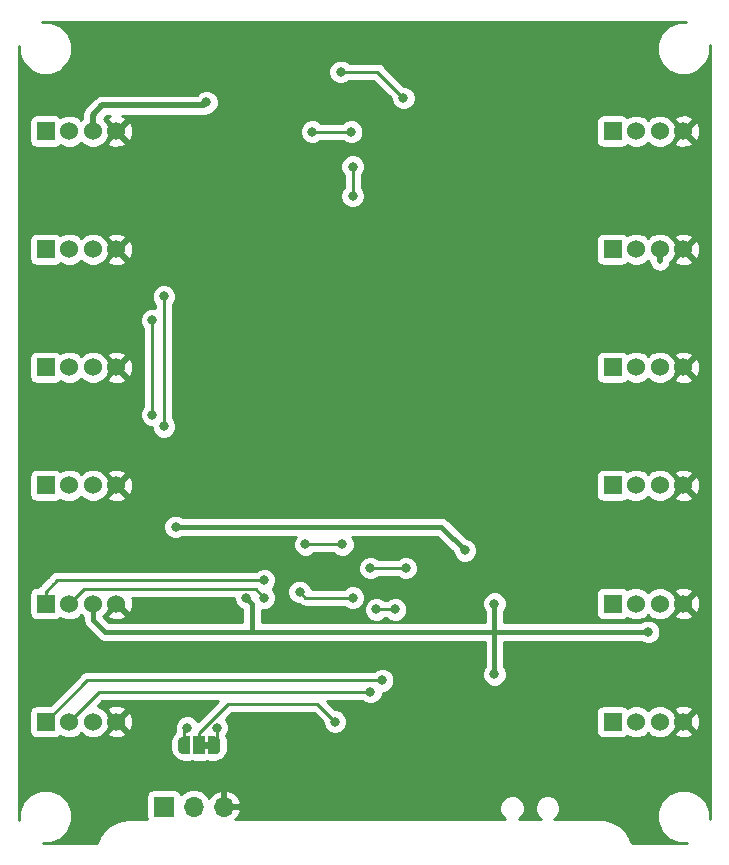
<source format=gbr>
G04 #@! TF.GenerationSoftware,KiCad,Pcbnew,(5.0.1-3-g963ef8bb5)*
G04 #@! TF.CreationDate,2020-02-17T10:00:22+01:00*
G04 #@! TF.ProjectId,studIOTmega_v11,73747564494F546D6567615F7631312E,rev?*
G04 #@! TF.SameCoordinates,Original*
G04 #@! TF.FileFunction,Copper,L2,Bot,Signal*
G04 #@! TF.FilePolarity,Positive*
%FSLAX46Y46*%
G04 Gerber Fmt 4.6, Leading zero omitted, Abs format (unit mm)*
G04 Created by KiCad (PCBNEW (5.0.1-3-g963ef8bb5)) date 2020 February 17, Monday 10:00:22*
%MOMM*%
%LPD*%
G01*
G04 APERTURE LIST*
G04 #@! TA.AperFunction,ComponentPad*
%ADD10O,1.700000X1.700000*%
G04 #@! TD*
G04 #@! TA.AperFunction,ComponentPad*
%ADD11R,1.700000X1.700000*%
G04 #@! TD*
G04 #@! TA.AperFunction,ComponentPad*
%ADD12R,1.524000X1.524000*%
G04 #@! TD*
G04 #@! TA.AperFunction,ComponentPad*
%ADD13C,1.524000*%
G04 #@! TD*
G04 #@! TA.AperFunction,SMDPad,CuDef*
%ADD14C,0.500000*%
G04 #@! TD*
G04 #@! TA.AperFunction,Conductor*
%ADD15C,0.100000*%
G04 #@! TD*
G04 #@! TA.AperFunction,SMDPad,CuDef*
%ADD16R,1.000000X1.500000*%
G04 #@! TD*
G04 #@! TA.AperFunction,ViaPad*
%ADD17C,0.800000*%
G04 #@! TD*
G04 #@! TA.AperFunction,Conductor*
%ADD18C,0.500000*%
G04 #@! TD*
G04 #@! TA.AperFunction,Conductor*
%ADD19C,0.400000*%
G04 #@! TD*
G04 #@! TA.AperFunction,Conductor*
%ADD20C,0.250000*%
G04 #@! TD*
G04 #@! TA.AperFunction,Conductor*
%ADD21C,0.254000*%
G04 #@! TD*
G04 APERTURE END LIST*
D10*
G04 #@! TO.P,J13,3*
G04 #@! TO.N,GND*
X88080000Y-143200000D03*
G04 #@! TO.P,J13,2*
G04 #@! TO.N,Net-(J13-Pad2)*
X85540000Y-143200000D03*
D11*
G04 #@! TO.P,J13,1*
G04 #@! TO.N,VUSB*
X83000000Y-143200000D03*
G04 #@! TD*
D12*
G04 #@! TO.P,J05,1*
G04 #@! TO.N,RX*
X73000000Y-136000000D03*
D13*
G04 #@! TO.P,J05,2*
G04 #@! TO.N,TX*
X75000000Y-136000000D03*
G04 #@! TO.P,J05,3*
G04 #@! TO.N,3V3*
X77000000Y-136000000D03*
G04 #@! TO.P,J05,4*
G04 #@! TO.N,GND*
X79000000Y-136000000D03*
G04 #@! TD*
D12*
G04 #@! TO.P,J08,1*
G04 #@! TO.N,D4*
X121000000Y-116000000D03*
D13*
G04 #@! TO.P,J08,2*
G04 #@! TO.N,D5*
X123000000Y-116000000D03*
G04 #@! TO.P,J08,3*
G04 #@! TO.N,3V3*
X125000000Y-116000000D03*
G04 #@! TO.P,J08,4*
G04 #@! TO.N,GND*
X127000000Y-116000000D03*
G04 #@! TD*
D12*
G04 #@! TO.P,J00,1*
G04 #@! TO.N,A0*
X73000000Y-86000000D03*
D13*
G04 #@! TO.P,J00,2*
G04 #@! TO.N,A1*
X75000000Y-86000000D03*
G04 #@! TO.P,J00,3*
G04 #@! TO.N,3V3*
X77000000Y-86000000D03*
G04 #@! TO.P,J00,4*
G04 #@! TO.N,GND*
X79000000Y-86000000D03*
G04 #@! TD*
D12*
G04 #@! TO.P,J01,1*
G04 #@! TO.N,A2*
X73000000Y-96000000D03*
D13*
G04 #@! TO.P,J01,2*
G04 #@! TO.N,A3*
X75000000Y-96000000D03*
G04 #@! TO.P,J01,3*
G04 #@! TO.N,3V3*
X77000000Y-96000000D03*
G04 #@! TO.P,J01,4*
G04 #@! TO.N,GND*
X79000000Y-96000000D03*
G04 #@! TD*
D12*
G04 #@! TO.P,J02,1*
G04 #@! TO.N,A6*
X73000000Y-106000000D03*
D13*
G04 #@! TO.P,J02,2*
G04 #@! TO.N,A7*
X75000000Y-106000000D03*
G04 #@! TO.P,J02,3*
G04 #@! TO.N,3V3*
X77000000Y-106000000D03*
G04 #@! TO.P,J02,4*
G04 #@! TO.N,GND*
X79000000Y-106000000D03*
G04 #@! TD*
D12*
G04 #@! TO.P,J03,1*
G04 #@! TO.N,SCL*
X73000000Y-116000000D03*
D13*
G04 #@! TO.P,J03,2*
G04 #@! TO.N,SDA*
X75000000Y-116000000D03*
G04 #@! TO.P,J03,3*
G04 #@! TO.N,3V3*
X77000000Y-116000000D03*
G04 #@! TO.P,J03,4*
G04 #@! TO.N,GND*
X79000000Y-116000000D03*
G04 #@! TD*
D12*
G04 #@! TO.P,J04,1*
G04 #@! TO.N,SCL*
X73000000Y-126000000D03*
D13*
G04 #@! TO.P,J04,2*
G04 #@! TO.N,SDA*
X75000000Y-126000000D03*
G04 #@! TO.P,J04,3*
G04 #@! TO.N,3V3*
X77000000Y-126000000D03*
G04 #@! TO.P,J04,4*
G04 #@! TO.N,GND*
X79000000Y-126000000D03*
G04 #@! TD*
D12*
G04 #@! TO.P,J06,1*
G04 #@! TO.N,D2*
X121000000Y-136000000D03*
D13*
G04 #@! TO.P,J06,2*
G04 #@! TO.N,D3*
X123000000Y-136000000D03*
G04 #@! TO.P,J06,3*
G04 #@! TO.N,3V3*
X125000000Y-136000000D03*
G04 #@! TO.P,J06,4*
G04 #@! TO.N,GND*
X127000000Y-136000000D03*
G04 #@! TD*
D12*
G04 #@! TO.P,J07,1*
G04 #@! TO.N,D3*
X121000000Y-126000000D03*
D13*
G04 #@! TO.P,J07,2*
G04 #@! TO.N,D4*
X123000000Y-126000000D03*
G04 #@! TO.P,J07,3*
G04 #@! TO.N,3V3*
X125000000Y-126000000D03*
G04 #@! TO.P,J07,4*
G04 #@! TO.N,GND*
X127000000Y-126000000D03*
G04 #@! TD*
D12*
G04 #@! TO.P,J09,1*
G04 #@! TO.N,D5*
X121000000Y-106000000D03*
D13*
G04 #@! TO.P,J09,2*
G04 #@! TO.N,D6*
X123000000Y-106000000D03*
G04 #@! TO.P,J09,3*
G04 #@! TO.N,3V3*
X125000000Y-106000000D03*
G04 #@! TO.P,J09,4*
G04 #@! TO.N,GND*
X127000000Y-106000000D03*
G04 #@! TD*
D12*
G04 #@! TO.P,J10,1*
G04 #@! TO.N,D6*
X121000000Y-96000000D03*
D13*
G04 #@! TO.P,J10,2*
G04 #@! TO.N,D7*
X123000000Y-96000000D03*
G04 #@! TO.P,J10,3*
G04 #@! TO.N,3V3*
X125000000Y-96000000D03*
G04 #@! TO.P,J10,4*
G04 #@! TO.N,GND*
X127000000Y-96000000D03*
G04 #@! TD*
D12*
G04 #@! TO.P,J11,1*
G04 #@! TO.N,D7*
X121000000Y-86000000D03*
D13*
G04 #@! TO.P,J11,2*
G04 #@! TO.N,D8*
X123000000Y-86000000D03*
G04 #@! TO.P,J11,3*
G04 #@! TO.N,3V3*
X125000000Y-86000000D03*
G04 #@! TO.P,J11,4*
G04 #@! TO.N,GND*
X127000000Y-86000000D03*
G04 #@! TD*
D14*
G04 #@! TO.P,JP00,1*
G04 #@! TO.N,Net-(JP00-Pad1)*
X87300000Y-138000000D03*
D15*
G04 #@! TD*
G04 #@! TO.N,Net-(JP00-Pad1)*
G04 #@! TO.C,JP00*
G36*
X86750000Y-138300000D02*
X86400000Y-138300000D01*
X86400000Y-137700000D01*
X86750000Y-137700000D01*
X86750000Y-137250000D01*
X87300000Y-137250000D01*
X87300000Y-137250602D01*
X87324534Y-137250602D01*
X87373365Y-137255412D01*
X87421490Y-137264984D01*
X87468445Y-137279228D01*
X87513778Y-137298005D01*
X87557051Y-137321136D01*
X87597850Y-137348396D01*
X87635779Y-137379524D01*
X87670476Y-137414221D01*
X87701604Y-137452150D01*
X87728864Y-137492949D01*
X87751995Y-137536222D01*
X87770772Y-137581555D01*
X87785016Y-137628510D01*
X87794588Y-137676635D01*
X87799398Y-137725466D01*
X87799398Y-137750000D01*
X87800000Y-137750000D01*
X87800000Y-138250000D01*
X87799398Y-138250000D01*
X87799398Y-138274534D01*
X87794588Y-138323365D01*
X87785016Y-138371490D01*
X87770772Y-138418445D01*
X87751995Y-138463778D01*
X87728864Y-138507051D01*
X87701604Y-138547850D01*
X87670476Y-138585779D01*
X87635779Y-138620476D01*
X87597850Y-138651604D01*
X87557051Y-138678864D01*
X87513778Y-138701995D01*
X87468445Y-138720772D01*
X87421490Y-138735016D01*
X87373365Y-138744588D01*
X87324534Y-138749398D01*
X87300000Y-138749398D01*
X87300000Y-138750000D01*
X86750000Y-138750000D01*
X86750000Y-138300000D01*
X86750000Y-138300000D01*
G37*
D14*
G04 #@! TO.P,JP00,3*
G04 #@! TO.N,Net-(JP00-Pad3)*
X84700000Y-138000000D03*
D15*
G04 #@! TD*
G04 #@! TO.N,Net-(JP00-Pad3)*
G04 #@! TO.C,JP00*
G36*
X84700000Y-138749398D02*
X84675466Y-138749398D01*
X84626635Y-138744588D01*
X84578510Y-138735016D01*
X84531555Y-138720772D01*
X84486222Y-138701995D01*
X84442949Y-138678864D01*
X84402150Y-138651604D01*
X84364221Y-138620476D01*
X84329524Y-138585779D01*
X84298396Y-138547850D01*
X84271136Y-138507051D01*
X84248005Y-138463778D01*
X84229228Y-138418445D01*
X84214984Y-138371490D01*
X84205412Y-138323365D01*
X84200602Y-138274534D01*
X84200602Y-138250000D01*
X84200000Y-138250000D01*
X84200000Y-137750000D01*
X84200602Y-137750000D01*
X84200602Y-137725466D01*
X84205412Y-137676635D01*
X84214984Y-137628510D01*
X84229228Y-137581555D01*
X84248005Y-137536222D01*
X84271136Y-137492949D01*
X84298396Y-137452150D01*
X84329524Y-137414221D01*
X84364221Y-137379524D01*
X84402150Y-137348396D01*
X84442949Y-137321136D01*
X84486222Y-137298005D01*
X84531555Y-137279228D01*
X84578510Y-137264984D01*
X84626635Y-137255412D01*
X84675466Y-137250602D01*
X84700000Y-137250602D01*
X84700000Y-137250000D01*
X85250000Y-137250000D01*
X85250000Y-138750000D01*
X84700000Y-138750000D01*
X84700000Y-138749398D01*
X84700000Y-138749398D01*
G37*
D16*
G04 #@! TO.P,JP00,2*
G04 #@! TO.N,Net-(JP00-Pad2)*
X86000000Y-138000000D03*
G04 #@! TD*
D17*
G04 #@! TO.N,GND*
X91100000Y-115300000D03*
X117665500Y-119380000D03*
X78700000Y-141100000D03*
X120500000Y-141600000D03*
X102489000Y-114236500D03*
X102600000Y-88500000D03*
X102600000Y-91100000D03*
X82800000Y-90700000D03*
X106500000Y-130500000D03*
X93500000Y-123000000D03*
X85500000Y-126500000D03*
X85000000Y-130000000D03*
X94500000Y-127000000D03*
X99000000Y-131000000D03*
X113500000Y-130000000D03*
X116000000Y-127000000D03*
X94500000Y-136500000D03*
X102500000Y-136000000D03*
X102500000Y-137000000D03*
X102500000Y-138000000D03*
X102500000Y-139000000D03*
X106000000Y-143500000D03*
X73500000Y-130500000D03*
X72000000Y-122000000D03*
X122000000Y-133000000D03*
X121500000Y-120500000D03*
G04 #@! TO.N,3V3*
X86614000Y-83566000D03*
X124015500Y-128397000D03*
X90000000Y-125500000D03*
X111000000Y-126000000D03*
X111000000Y-132000000D03*
G04 #@! TO.N,SDA*
X83000000Y-100000000D03*
X83000000Y-111000000D03*
X91500000Y-125500000D03*
G04 #@! TO.N,SCL*
X82000000Y-102000000D03*
X82000000Y-110000000D03*
X91500000Y-124000000D03*
G04 #@! TO.N,RX*
X101500000Y-132500000D03*
G04 #@! TO.N,TX*
X102600000Y-126500000D03*
X101000000Y-126500000D03*
X100500000Y-133500000D03*
G04 #@! TO.N,D9*
X95000000Y-121000000D03*
X98125000Y-121000000D03*
G04 #@! TO.N,D11*
X98869500Y-86042500D03*
X95567500Y-86042500D03*
G04 #@! TO.N,D13*
X97973248Y-80973248D03*
X103300000Y-83200000D03*
G04 #@! TO.N,Net-(JP00-Pad1)*
X87500000Y-136500000D03*
G04 #@! TO.N,Net-(JP00-Pad3)*
X85000000Y-136500000D03*
G04 #@! TO.N,Net-(JP00-Pad2)*
X103500000Y-123000000D03*
X100500000Y-123000000D03*
X97500000Y-136000000D03*
G04 #@! TO.N,VUSB*
X108500000Y-121500000D03*
X84000000Y-119500000D03*
G04 #@! TO.N,ALRT*
X99000000Y-91500000D03*
X99000000Y-125500000D03*
X99000000Y-89000000D03*
X94500000Y-125000000D03*
G04 #@! TD*
D18*
G04 #@! TO.N,3V3*
X125000000Y-97000000D02*
X125000000Y-96000000D01*
X77800000Y-83800000D02*
X85400000Y-83800000D01*
X77000000Y-84600000D02*
X77800000Y-83800000D01*
X77000000Y-86000000D02*
X77000000Y-84600000D01*
X86380000Y-83800000D02*
X86614000Y-83566000D01*
X85400000Y-83800000D02*
X86380000Y-83800000D01*
D19*
X124015500Y-128397000D02*
X117600000Y-128400000D01*
X90500000Y-128400000D02*
X90500000Y-126000000D01*
X90500000Y-126000000D02*
X90000000Y-125500000D01*
X111000000Y-128400000D02*
X111000000Y-126000000D01*
X117600000Y-128400000D02*
X111000000Y-128400000D01*
X111000000Y-128400000D02*
X90500000Y-128400000D01*
X111000000Y-128400000D02*
X111000000Y-132000000D01*
X77000000Y-127400000D02*
X78000000Y-128400000D01*
X77000000Y-126000000D02*
X77000000Y-127400000D01*
X90500000Y-128400000D02*
X78000000Y-128400000D01*
D20*
G04 #@! TO.N,SDA*
X83000000Y-100000000D02*
X83000000Y-111000000D01*
X76225001Y-124774999D02*
X90774999Y-124774999D01*
X90774999Y-124774999D02*
X91500000Y-125500000D01*
X75000000Y-126000000D02*
X76225001Y-124774999D01*
G04 #@! TO.N,SCL*
X82000000Y-102000000D02*
X82000000Y-110000000D01*
X73663010Y-124324990D02*
X73000000Y-124988000D01*
X73000000Y-124988000D02*
X73000000Y-126000000D01*
X73988000Y-124000000D02*
X73000000Y-124988000D01*
X91500000Y-124000000D02*
X73988000Y-124000000D01*
G04 #@! TO.N,RX*
X76500000Y-132500000D02*
X73000000Y-136000000D01*
X101500000Y-132500000D02*
X76500000Y-132500000D01*
G04 #@! TO.N,TX*
X102600000Y-126500000D02*
X101000000Y-126500000D01*
X77500000Y-133500000D02*
X75000000Y-136000000D01*
X100500000Y-133500000D02*
X77500000Y-133500000D01*
G04 #@! TO.N,D9*
X95000000Y-121000000D02*
X98125000Y-121000000D01*
G04 #@! TO.N,D11*
X96133185Y-86042500D02*
X98869500Y-86042500D01*
X95567500Y-86042500D02*
X96133185Y-86042500D01*
G04 #@! TO.N,D13*
X100973248Y-80973248D02*
X101000000Y-81000000D01*
X97973248Y-80973248D02*
X100973248Y-80973248D01*
X101073248Y-80973248D02*
X103300000Y-83200000D01*
X100973248Y-80973248D02*
X101073248Y-80973248D01*
G04 #@! TO.N,Net-(JP00-Pad1)*
X87500000Y-137800000D02*
X87300000Y-138000000D01*
X87500000Y-136500000D02*
X87500000Y-137800000D01*
G04 #@! TO.N,Net-(JP00-Pad3)*
X84700000Y-136800000D02*
X85000000Y-136500000D01*
X84700000Y-138000000D02*
X84700000Y-136800000D01*
G04 #@! TO.N,Net-(JP00-Pad2)*
X103500000Y-123000000D02*
X100500000Y-123000000D01*
X96000000Y-134500000D02*
X97500000Y-136000000D01*
X88426998Y-134500000D02*
X96000000Y-134500000D01*
X86000000Y-136926998D02*
X88426998Y-134500000D01*
X86000000Y-138000000D02*
X86000000Y-136926998D01*
D19*
G04 #@! TO.N,VUSB*
X106500000Y-119500000D02*
X84000000Y-119500000D01*
X108500000Y-121500000D02*
X106500000Y-119500000D01*
D20*
G04 #@! TO.N,ALRT*
X99000000Y-89000000D02*
X99000000Y-91500000D01*
X94500000Y-125000000D02*
X95000000Y-125500000D01*
X95000000Y-125500000D02*
X95500000Y-125500000D01*
X95500000Y-125500000D02*
X99000000Y-125500000D01*
G04 #@! TD*
D21*
G04 #@! TO.N,GND*
G36*
X127214615Y-76765000D02*
X126555431Y-76765000D01*
X125733974Y-77105259D01*
X125105259Y-77733974D01*
X124765000Y-78555431D01*
X124765000Y-79444569D01*
X125105259Y-80266026D01*
X125733974Y-80894741D01*
X126555431Y-81235000D01*
X127444569Y-81235000D01*
X128266026Y-80894741D01*
X128894741Y-80266026D01*
X129235000Y-79444569D01*
X129235000Y-78696587D01*
X129265000Y-79032732D01*
X129265001Y-143957290D01*
X129235000Y-144214615D01*
X129235000Y-143555431D01*
X128894741Y-142733974D01*
X128266026Y-142105259D01*
X127444569Y-141765000D01*
X126555431Y-141765000D01*
X125733974Y-142105259D01*
X125105259Y-142733974D01*
X124765000Y-143555431D01*
X124765000Y-144444569D01*
X125105259Y-145266026D01*
X125733974Y-145894741D01*
X126555431Y-146235000D01*
X127303414Y-146235000D01*
X126967269Y-146265000D01*
X122613794Y-146265000D01*
X122519738Y-145950500D01*
X122477890Y-145859932D01*
X122437164Y-145768889D01*
X122432327Y-145761324D01*
X122123899Y-145285478D01*
X122058310Y-145210293D01*
X121993672Y-145134343D01*
X121986906Y-145128440D01*
X121557321Y-144758285D01*
X121473248Y-144704518D01*
X121389908Y-144649774D01*
X121381757Y-144646007D01*
X120865549Y-144411302D01*
X120769779Y-144383297D01*
X120674410Y-144354140D01*
X120665530Y-144352812D01*
X120123869Y-144275240D01*
X120072388Y-144265000D01*
X116077951Y-144265000D01*
X116114603Y-144249818D01*
X116419818Y-143944603D01*
X116585000Y-143545820D01*
X116585000Y-143114180D01*
X116419818Y-142715397D01*
X116114603Y-142410182D01*
X115715820Y-142245000D01*
X115284180Y-142245000D01*
X114885397Y-142410182D01*
X114580182Y-142715397D01*
X114415000Y-143114180D01*
X114415000Y-143545820D01*
X114580182Y-143944603D01*
X114885397Y-144249818D01*
X114922049Y-144265000D01*
X113077951Y-144265000D01*
X113114603Y-144249818D01*
X113419818Y-143944603D01*
X113585000Y-143545820D01*
X113585000Y-143114180D01*
X113419818Y-142715397D01*
X113114603Y-142410182D01*
X112715820Y-142245000D01*
X112284180Y-142245000D01*
X111885397Y-142410182D01*
X111580182Y-142715397D01*
X111415000Y-143114180D01*
X111415000Y-143545820D01*
X111580182Y-143944603D01*
X111885397Y-144249818D01*
X111922049Y-144265000D01*
X89073674Y-144265000D01*
X89275183Y-144081358D01*
X89521486Y-143556892D01*
X89400819Y-143327000D01*
X88207000Y-143327000D01*
X88207000Y-143347000D01*
X87953000Y-143347000D01*
X87953000Y-143327000D01*
X87933000Y-143327000D01*
X87933000Y-143073000D01*
X87953000Y-143073000D01*
X87953000Y-141879845D01*
X88207000Y-141879845D01*
X88207000Y-143073000D01*
X89400819Y-143073000D01*
X89521486Y-142843108D01*
X89275183Y-142318642D01*
X88846924Y-141928355D01*
X88436890Y-141758524D01*
X88207000Y-141879845D01*
X87953000Y-141879845D01*
X87723110Y-141758524D01*
X87313076Y-141928355D01*
X86884817Y-142318642D01*
X86823843Y-142448478D01*
X86610625Y-142129375D01*
X86119418Y-141801161D01*
X85686256Y-141715000D01*
X85393744Y-141715000D01*
X84960582Y-141801161D01*
X84469375Y-142129375D01*
X84457184Y-142147619D01*
X84448157Y-142102235D01*
X84307809Y-141892191D01*
X84097765Y-141751843D01*
X83850000Y-141702560D01*
X82150000Y-141702560D01*
X81902235Y-141751843D01*
X81692191Y-141892191D01*
X81551843Y-142102235D01*
X81502560Y-142350000D01*
X81502560Y-144050000D01*
X81545326Y-144265000D01*
X79927612Y-144265000D01*
X79900705Y-144270352D01*
X79649912Y-144288989D01*
X79576677Y-144305091D01*
X79502403Y-144315265D01*
X79493785Y-144317785D01*
X78950500Y-144480262D01*
X78859932Y-144522110D01*
X78768889Y-144562836D01*
X78761324Y-144567673D01*
X78285478Y-144876101D01*
X78210293Y-144941690D01*
X78134343Y-145006328D01*
X78128440Y-145013094D01*
X77758285Y-145442679D01*
X77704518Y-145526752D01*
X77649774Y-145610092D01*
X77646007Y-145618243D01*
X77411302Y-146134451D01*
X77383297Y-146230221D01*
X77372664Y-146265000D01*
X73042702Y-146265000D01*
X72785385Y-146235000D01*
X73444569Y-146235000D01*
X74266026Y-145894741D01*
X74894741Y-145266026D01*
X75235000Y-144444569D01*
X75235000Y-143555431D01*
X74894741Y-142733974D01*
X74266026Y-142105259D01*
X73444569Y-141765000D01*
X72555431Y-141765000D01*
X71733974Y-142105259D01*
X71105259Y-142733974D01*
X70765000Y-143555431D01*
X70765000Y-144303414D01*
X70735000Y-143967269D01*
X70735000Y-135238000D01*
X71590560Y-135238000D01*
X71590560Y-136762000D01*
X71639843Y-137009765D01*
X71780191Y-137219809D01*
X71990235Y-137360157D01*
X72238000Y-137409440D01*
X73762000Y-137409440D01*
X74009765Y-137360157D01*
X74219809Y-137219809D01*
X74235966Y-137195629D01*
X74722119Y-137397000D01*
X75277881Y-137397000D01*
X75791337Y-137184320D01*
X76000000Y-136975657D01*
X76208663Y-137184320D01*
X76722119Y-137397000D01*
X77277881Y-137397000D01*
X77791337Y-137184320D01*
X77995444Y-136980213D01*
X78199392Y-136980213D01*
X78268857Y-137222397D01*
X78792302Y-137409144D01*
X79347368Y-137381362D01*
X79731143Y-137222397D01*
X79800608Y-136980213D01*
X79000000Y-136179605D01*
X78199392Y-136980213D01*
X77995444Y-136980213D01*
X78184320Y-136791337D01*
X78294106Y-136526289D01*
X78820395Y-136000000D01*
X79179605Y-136000000D01*
X79980213Y-136800608D01*
X80222397Y-136731143D01*
X80409144Y-136207698D01*
X80381362Y-135652632D01*
X80222397Y-135268857D01*
X79980213Y-135199392D01*
X79179605Y-136000000D01*
X78820395Y-136000000D01*
X78294106Y-135473711D01*
X78184320Y-135208663D01*
X77995444Y-135019787D01*
X78199392Y-135019787D01*
X79000000Y-135820395D01*
X79800608Y-135019787D01*
X79731143Y-134777603D01*
X79207698Y-134590856D01*
X78652632Y-134618638D01*
X78268857Y-134777603D01*
X78199392Y-135019787D01*
X77995444Y-135019787D01*
X77791337Y-134815680D01*
X77415004Y-134659798D01*
X77814802Y-134260000D01*
X87592195Y-134260000D01*
X85895311Y-135956886D01*
X85877431Y-135913720D01*
X85586280Y-135622569D01*
X85205874Y-135465000D01*
X84794126Y-135465000D01*
X84413720Y-135622569D01*
X84122569Y-135913720D01*
X83965000Y-136294126D01*
X83965000Y-136599470D01*
X83925112Y-136800000D01*
X83940001Y-136874851D01*
X83940001Y-136893370D01*
X83924994Y-136905686D01*
X83855686Y-136974994D01*
X83775169Y-137073104D01*
X83720713Y-137154603D01*
X83660881Y-137266540D01*
X83623372Y-137357096D01*
X83586530Y-137478549D01*
X83567408Y-137574682D01*
X83554968Y-137700991D01*
X83554968Y-137737894D01*
X83552560Y-137750000D01*
X83552560Y-138250000D01*
X83554968Y-138262106D01*
X83554968Y-138299009D01*
X83567408Y-138425318D01*
X83586530Y-138521451D01*
X83623372Y-138642904D01*
X83660881Y-138733460D01*
X83720713Y-138845397D01*
X83775169Y-138926896D01*
X83855686Y-139025006D01*
X83924994Y-139094314D01*
X84023104Y-139174831D01*
X84104603Y-139229287D01*
X84216540Y-139289119D01*
X84307096Y-139326628D01*
X84428549Y-139363470D01*
X84524682Y-139382592D01*
X84650991Y-139395032D01*
X84687894Y-139395032D01*
X84700000Y-139397440D01*
X85250000Y-139397440D01*
X85375000Y-139372576D01*
X85500000Y-139397440D01*
X86500000Y-139397440D01*
X86625000Y-139372576D01*
X86750000Y-139397440D01*
X87300000Y-139397440D01*
X87312106Y-139395032D01*
X87349009Y-139395032D01*
X87475318Y-139382592D01*
X87571451Y-139363470D01*
X87692904Y-139326628D01*
X87783460Y-139289119D01*
X87895397Y-139229287D01*
X87976896Y-139174831D01*
X88075006Y-139094314D01*
X88144314Y-139025006D01*
X88224831Y-138926896D01*
X88279287Y-138845397D01*
X88339119Y-138733460D01*
X88376628Y-138642904D01*
X88413470Y-138521451D01*
X88432592Y-138425318D01*
X88445032Y-138299009D01*
X88445032Y-138262106D01*
X88447440Y-138250000D01*
X88447440Y-137750000D01*
X88445032Y-137737894D01*
X88445032Y-137700991D01*
X88432592Y-137574682D01*
X88413470Y-137478549D01*
X88376628Y-137357096D01*
X88339119Y-137266540D01*
X88289674Y-137174037D01*
X88377431Y-137086280D01*
X88535000Y-136705874D01*
X88535000Y-136294126D01*
X88377431Y-135913720D01*
X88232756Y-135769045D01*
X88741801Y-135260000D01*
X95685199Y-135260000D01*
X96465000Y-136039802D01*
X96465000Y-136205874D01*
X96622569Y-136586280D01*
X96913720Y-136877431D01*
X97294126Y-137035000D01*
X97705874Y-137035000D01*
X98086280Y-136877431D01*
X98377431Y-136586280D01*
X98535000Y-136205874D01*
X98535000Y-135794126D01*
X98377431Y-135413720D01*
X98201711Y-135238000D01*
X119590560Y-135238000D01*
X119590560Y-136762000D01*
X119639843Y-137009765D01*
X119780191Y-137219809D01*
X119990235Y-137360157D01*
X120238000Y-137409440D01*
X121762000Y-137409440D01*
X122009765Y-137360157D01*
X122219809Y-137219809D01*
X122235966Y-137195629D01*
X122722119Y-137397000D01*
X123277881Y-137397000D01*
X123791337Y-137184320D01*
X124000000Y-136975657D01*
X124208663Y-137184320D01*
X124722119Y-137397000D01*
X125277881Y-137397000D01*
X125791337Y-137184320D01*
X125995444Y-136980213D01*
X126199392Y-136980213D01*
X126268857Y-137222397D01*
X126792302Y-137409144D01*
X127347368Y-137381362D01*
X127731143Y-137222397D01*
X127800608Y-136980213D01*
X127000000Y-136179605D01*
X126199392Y-136980213D01*
X125995444Y-136980213D01*
X126184320Y-136791337D01*
X126294106Y-136526289D01*
X126820395Y-136000000D01*
X127179605Y-136000000D01*
X127980213Y-136800608D01*
X128222397Y-136731143D01*
X128409144Y-136207698D01*
X128381362Y-135652632D01*
X128222397Y-135268857D01*
X127980213Y-135199392D01*
X127179605Y-136000000D01*
X126820395Y-136000000D01*
X126294106Y-135473711D01*
X126184320Y-135208663D01*
X125995444Y-135019787D01*
X126199392Y-135019787D01*
X127000000Y-135820395D01*
X127800608Y-135019787D01*
X127731143Y-134777603D01*
X127207698Y-134590856D01*
X126652632Y-134618638D01*
X126268857Y-134777603D01*
X126199392Y-135019787D01*
X125995444Y-135019787D01*
X125791337Y-134815680D01*
X125277881Y-134603000D01*
X124722119Y-134603000D01*
X124208663Y-134815680D01*
X124000000Y-135024343D01*
X123791337Y-134815680D01*
X123277881Y-134603000D01*
X122722119Y-134603000D01*
X122235966Y-134804371D01*
X122219809Y-134780191D01*
X122009765Y-134639843D01*
X121762000Y-134590560D01*
X120238000Y-134590560D01*
X119990235Y-134639843D01*
X119780191Y-134780191D01*
X119639843Y-134990235D01*
X119590560Y-135238000D01*
X98201711Y-135238000D01*
X98086280Y-135122569D01*
X97705874Y-134965000D01*
X97539802Y-134965000D01*
X96834801Y-134260000D01*
X99796289Y-134260000D01*
X99913720Y-134377431D01*
X100294126Y-134535000D01*
X100705874Y-134535000D01*
X101086280Y-134377431D01*
X101377431Y-134086280D01*
X101535000Y-133705874D01*
X101535000Y-133535000D01*
X101705874Y-133535000D01*
X102086280Y-133377431D01*
X102377431Y-133086280D01*
X102535000Y-132705874D01*
X102535000Y-132294126D01*
X102377431Y-131913720D01*
X102086280Y-131622569D01*
X101705874Y-131465000D01*
X101294126Y-131465000D01*
X100913720Y-131622569D01*
X100796289Y-131740000D01*
X76574846Y-131740000D01*
X76499999Y-131725112D01*
X76425152Y-131740000D01*
X76425148Y-131740000D01*
X76203463Y-131784096D01*
X76203461Y-131784097D01*
X76203462Y-131784097D01*
X76015526Y-131909671D01*
X76015524Y-131909673D01*
X75952071Y-131952071D01*
X75909673Y-132015524D01*
X73334638Y-134590560D01*
X72238000Y-134590560D01*
X71990235Y-134639843D01*
X71780191Y-134780191D01*
X71639843Y-134990235D01*
X71590560Y-135238000D01*
X70735000Y-135238000D01*
X70735000Y-125238000D01*
X71590560Y-125238000D01*
X71590560Y-126762000D01*
X71639843Y-127009765D01*
X71780191Y-127219809D01*
X71990235Y-127360157D01*
X72238000Y-127409440D01*
X73762000Y-127409440D01*
X74009765Y-127360157D01*
X74219809Y-127219809D01*
X74235966Y-127195629D01*
X74722119Y-127397000D01*
X75277881Y-127397000D01*
X75791337Y-127184320D01*
X76000000Y-126975657D01*
X76165001Y-127140658D01*
X76165001Y-127317762D01*
X76148643Y-127400000D01*
X76213448Y-127725800D01*
X76270190Y-127810720D01*
X76398000Y-128002001D01*
X76467718Y-128048585D01*
X77351415Y-128932282D01*
X77397999Y-129002001D01*
X77674199Y-129186552D01*
X77917763Y-129235000D01*
X78000000Y-129251358D01*
X78082237Y-129235000D01*
X90417763Y-129235000D01*
X90500000Y-129251358D01*
X90582237Y-129235000D01*
X110165000Y-129235000D01*
X110165001Y-131371288D01*
X110122569Y-131413720D01*
X109965000Y-131794126D01*
X109965000Y-132205874D01*
X110122569Y-132586280D01*
X110413720Y-132877431D01*
X110794126Y-133035000D01*
X111205874Y-133035000D01*
X111586280Y-132877431D01*
X111877431Y-132586280D01*
X112035000Y-132205874D01*
X112035000Y-131794126D01*
X111877431Y-131413720D01*
X111835000Y-131371289D01*
X111835000Y-129235000D01*
X117517962Y-129235000D01*
X117518154Y-129235038D01*
X117599415Y-129235000D01*
X117682237Y-129235000D01*
X117682432Y-129234961D01*
X123387083Y-129232294D01*
X123429220Y-129274431D01*
X123809626Y-129432000D01*
X124221374Y-129432000D01*
X124601780Y-129274431D01*
X124892931Y-128983280D01*
X125050500Y-128602874D01*
X125050500Y-128191126D01*
X124892931Y-127810720D01*
X124601780Y-127519569D01*
X124221374Y-127362000D01*
X123809626Y-127362000D01*
X123429220Y-127519569D01*
X123386495Y-127562294D01*
X117600772Y-127565000D01*
X111835000Y-127565000D01*
X111835000Y-126628711D01*
X111877431Y-126586280D01*
X112035000Y-126205874D01*
X112035000Y-125794126D01*
X111877431Y-125413720D01*
X111701711Y-125238000D01*
X119590560Y-125238000D01*
X119590560Y-126762000D01*
X119639843Y-127009765D01*
X119780191Y-127219809D01*
X119990235Y-127360157D01*
X120238000Y-127409440D01*
X121762000Y-127409440D01*
X122009765Y-127360157D01*
X122219809Y-127219809D01*
X122235966Y-127195629D01*
X122722119Y-127397000D01*
X123277881Y-127397000D01*
X123791337Y-127184320D01*
X124000000Y-126975657D01*
X124208663Y-127184320D01*
X124722119Y-127397000D01*
X125277881Y-127397000D01*
X125791337Y-127184320D01*
X125995444Y-126980213D01*
X126199392Y-126980213D01*
X126268857Y-127222397D01*
X126792302Y-127409144D01*
X127347368Y-127381362D01*
X127731143Y-127222397D01*
X127800608Y-126980213D01*
X127000000Y-126179605D01*
X126199392Y-126980213D01*
X125995444Y-126980213D01*
X126184320Y-126791337D01*
X126294106Y-126526289D01*
X126820395Y-126000000D01*
X127179605Y-126000000D01*
X127980213Y-126800608D01*
X128222397Y-126731143D01*
X128409144Y-126207698D01*
X128381362Y-125652632D01*
X128222397Y-125268857D01*
X127980213Y-125199392D01*
X127179605Y-126000000D01*
X126820395Y-126000000D01*
X126294106Y-125473711D01*
X126184320Y-125208663D01*
X125995444Y-125019787D01*
X126199392Y-125019787D01*
X127000000Y-125820395D01*
X127800608Y-125019787D01*
X127731143Y-124777603D01*
X127207698Y-124590856D01*
X126652632Y-124618638D01*
X126268857Y-124777603D01*
X126199392Y-125019787D01*
X125995444Y-125019787D01*
X125791337Y-124815680D01*
X125277881Y-124603000D01*
X124722119Y-124603000D01*
X124208663Y-124815680D01*
X124000000Y-125024343D01*
X123791337Y-124815680D01*
X123277881Y-124603000D01*
X122722119Y-124603000D01*
X122235966Y-124804371D01*
X122219809Y-124780191D01*
X122009765Y-124639843D01*
X121762000Y-124590560D01*
X120238000Y-124590560D01*
X119990235Y-124639843D01*
X119780191Y-124780191D01*
X119639843Y-124990235D01*
X119590560Y-125238000D01*
X111701711Y-125238000D01*
X111586280Y-125122569D01*
X111205874Y-124965000D01*
X110794126Y-124965000D01*
X110413720Y-125122569D01*
X110122569Y-125413720D01*
X109965000Y-125794126D01*
X109965000Y-126205874D01*
X110122569Y-126586280D01*
X110165001Y-126628712D01*
X110165000Y-127565000D01*
X91335000Y-127565000D01*
X91335000Y-126535000D01*
X91705874Y-126535000D01*
X92086280Y-126377431D01*
X92377431Y-126086280D01*
X92535000Y-125705874D01*
X92535000Y-125294126D01*
X92377431Y-124913720D01*
X92257837Y-124794126D01*
X93465000Y-124794126D01*
X93465000Y-125205874D01*
X93622569Y-125586280D01*
X93913720Y-125877431D01*
X94294126Y-126035000D01*
X94443432Y-126035000D01*
X94452071Y-126047929D01*
X94515527Y-126090329D01*
X94703462Y-126215904D01*
X94751605Y-126225480D01*
X94925148Y-126260000D01*
X94925152Y-126260000D01*
X95000000Y-126274888D01*
X95074848Y-126260000D01*
X98296289Y-126260000D01*
X98413720Y-126377431D01*
X98794126Y-126535000D01*
X99205874Y-126535000D01*
X99586280Y-126377431D01*
X99669585Y-126294126D01*
X99965000Y-126294126D01*
X99965000Y-126705874D01*
X100122569Y-127086280D01*
X100413720Y-127377431D01*
X100794126Y-127535000D01*
X101205874Y-127535000D01*
X101586280Y-127377431D01*
X101703711Y-127260000D01*
X101896289Y-127260000D01*
X102013720Y-127377431D01*
X102394126Y-127535000D01*
X102805874Y-127535000D01*
X103186280Y-127377431D01*
X103477431Y-127086280D01*
X103635000Y-126705874D01*
X103635000Y-126294126D01*
X103477431Y-125913720D01*
X103186280Y-125622569D01*
X102805874Y-125465000D01*
X102394126Y-125465000D01*
X102013720Y-125622569D01*
X101896289Y-125740000D01*
X101703711Y-125740000D01*
X101586280Y-125622569D01*
X101205874Y-125465000D01*
X100794126Y-125465000D01*
X100413720Y-125622569D01*
X100122569Y-125913720D01*
X99965000Y-126294126D01*
X99669585Y-126294126D01*
X99877431Y-126086280D01*
X100035000Y-125705874D01*
X100035000Y-125294126D01*
X99877431Y-124913720D01*
X99586280Y-124622569D01*
X99205874Y-124465000D01*
X98794126Y-124465000D01*
X98413720Y-124622569D01*
X98296289Y-124740000D01*
X95512580Y-124740000D01*
X95377431Y-124413720D01*
X95086280Y-124122569D01*
X94705874Y-123965000D01*
X94294126Y-123965000D01*
X93913720Y-124122569D01*
X93622569Y-124413720D01*
X93465000Y-124794126D01*
X92257837Y-124794126D01*
X92213711Y-124750000D01*
X92377431Y-124586280D01*
X92535000Y-124205874D01*
X92535000Y-123794126D01*
X92377431Y-123413720D01*
X92086280Y-123122569D01*
X91705874Y-122965000D01*
X91294126Y-122965000D01*
X90913720Y-123122569D01*
X90796289Y-123240000D01*
X74062847Y-123240000D01*
X73988000Y-123225112D01*
X73913153Y-123240000D01*
X73913148Y-123240000D01*
X73691463Y-123284096D01*
X73440071Y-123452071D01*
X73397671Y-123515527D01*
X73178537Y-123734661D01*
X72790630Y-124122569D01*
X72515530Y-124397669D01*
X72452071Y-124440071D01*
X72351518Y-124590560D01*
X72238000Y-124590560D01*
X71990235Y-124639843D01*
X71780191Y-124780191D01*
X71639843Y-124990235D01*
X71590560Y-125238000D01*
X70735000Y-125238000D01*
X70735000Y-122794126D01*
X99465000Y-122794126D01*
X99465000Y-123205874D01*
X99622569Y-123586280D01*
X99913720Y-123877431D01*
X100294126Y-124035000D01*
X100705874Y-124035000D01*
X101086280Y-123877431D01*
X101203711Y-123760000D01*
X102796289Y-123760000D01*
X102913720Y-123877431D01*
X103294126Y-124035000D01*
X103705874Y-124035000D01*
X104086280Y-123877431D01*
X104377431Y-123586280D01*
X104535000Y-123205874D01*
X104535000Y-122794126D01*
X104377431Y-122413720D01*
X104086280Y-122122569D01*
X103705874Y-121965000D01*
X103294126Y-121965000D01*
X102913720Y-122122569D01*
X102796289Y-122240000D01*
X101203711Y-122240000D01*
X101086280Y-122122569D01*
X100705874Y-121965000D01*
X100294126Y-121965000D01*
X99913720Y-122122569D01*
X99622569Y-122413720D01*
X99465000Y-122794126D01*
X70735000Y-122794126D01*
X70735000Y-119294126D01*
X82965000Y-119294126D01*
X82965000Y-119705874D01*
X83122569Y-120086280D01*
X83413720Y-120377431D01*
X83794126Y-120535000D01*
X84205874Y-120535000D01*
X84586280Y-120377431D01*
X84628711Y-120335000D01*
X94201289Y-120335000D01*
X94122569Y-120413720D01*
X93965000Y-120794126D01*
X93965000Y-121205874D01*
X94122569Y-121586280D01*
X94413720Y-121877431D01*
X94794126Y-122035000D01*
X95205874Y-122035000D01*
X95586280Y-121877431D01*
X95703711Y-121760000D01*
X97421289Y-121760000D01*
X97538720Y-121877431D01*
X97919126Y-122035000D01*
X98330874Y-122035000D01*
X98711280Y-121877431D01*
X99002431Y-121586280D01*
X99160000Y-121205874D01*
X99160000Y-120794126D01*
X99002431Y-120413720D01*
X98923711Y-120335000D01*
X106154133Y-120335000D01*
X107465000Y-121645868D01*
X107465000Y-121705874D01*
X107622569Y-122086280D01*
X107913720Y-122377431D01*
X108294126Y-122535000D01*
X108705874Y-122535000D01*
X109086280Y-122377431D01*
X109377431Y-122086280D01*
X109535000Y-121705874D01*
X109535000Y-121294126D01*
X109377431Y-120913720D01*
X109086280Y-120622569D01*
X108705874Y-120465000D01*
X108645868Y-120465000D01*
X107148587Y-118967720D01*
X107102001Y-118897999D01*
X106825801Y-118713448D01*
X106582237Y-118665000D01*
X106582233Y-118665000D01*
X106500000Y-118648643D01*
X106417767Y-118665000D01*
X84628711Y-118665000D01*
X84586280Y-118622569D01*
X84205874Y-118465000D01*
X83794126Y-118465000D01*
X83413720Y-118622569D01*
X83122569Y-118913720D01*
X82965000Y-119294126D01*
X70735000Y-119294126D01*
X70735000Y-115238000D01*
X71590560Y-115238000D01*
X71590560Y-116762000D01*
X71639843Y-117009765D01*
X71780191Y-117219809D01*
X71990235Y-117360157D01*
X72238000Y-117409440D01*
X73762000Y-117409440D01*
X74009765Y-117360157D01*
X74219809Y-117219809D01*
X74235966Y-117195629D01*
X74722119Y-117397000D01*
X75277881Y-117397000D01*
X75791337Y-117184320D01*
X76000000Y-116975657D01*
X76208663Y-117184320D01*
X76722119Y-117397000D01*
X77277881Y-117397000D01*
X77791337Y-117184320D01*
X77995444Y-116980213D01*
X78199392Y-116980213D01*
X78268857Y-117222397D01*
X78792302Y-117409144D01*
X79347368Y-117381362D01*
X79731143Y-117222397D01*
X79800608Y-116980213D01*
X79000000Y-116179605D01*
X78199392Y-116980213D01*
X77995444Y-116980213D01*
X78184320Y-116791337D01*
X78294106Y-116526289D01*
X78820395Y-116000000D01*
X79179605Y-116000000D01*
X79980213Y-116800608D01*
X80222397Y-116731143D01*
X80409144Y-116207698D01*
X80381362Y-115652632D01*
X80222397Y-115268857D01*
X80114817Y-115238000D01*
X119590560Y-115238000D01*
X119590560Y-116762000D01*
X119639843Y-117009765D01*
X119780191Y-117219809D01*
X119990235Y-117360157D01*
X120238000Y-117409440D01*
X121762000Y-117409440D01*
X122009765Y-117360157D01*
X122219809Y-117219809D01*
X122235966Y-117195629D01*
X122722119Y-117397000D01*
X123277881Y-117397000D01*
X123791337Y-117184320D01*
X124000000Y-116975657D01*
X124208663Y-117184320D01*
X124722119Y-117397000D01*
X125277881Y-117397000D01*
X125791337Y-117184320D01*
X125995444Y-116980213D01*
X126199392Y-116980213D01*
X126268857Y-117222397D01*
X126792302Y-117409144D01*
X127347368Y-117381362D01*
X127731143Y-117222397D01*
X127800608Y-116980213D01*
X127000000Y-116179605D01*
X126199392Y-116980213D01*
X125995444Y-116980213D01*
X126184320Y-116791337D01*
X126294106Y-116526289D01*
X126820395Y-116000000D01*
X127179605Y-116000000D01*
X127980213Y-116800608D01*
X128222397Y-116731143D01*
X128409144Y-116207698D01*
X128381362Y-115652632D01*
X128222397Y-115268857D01*
X127980213Y-115199392D01*
X127179605Y-116000000D01*
X126820395Y-116000000D01*
X126294106Y-115473711D01*
X126184320Y-115208663D01*
X125995444Y-115019787D01*
X126199392Y-115019787D01*
X127000000Y-115820395D01*
X127800608Y-115019787D01*
X127731143Y-114777603D01*
X127207698Y-114590856D01*
X126652632Y-114618638D01*
X126268857Y-114777603D01*
X126199392Y-115019787D01*
X125995444Y-115019787D01*
X125791337Y-114815680D01*
X125277881Y-114603000D01*
X124722119Y-114603000D01*
X124208663Y-114815680D01*
X124000000Y-115024343D01*
X123791337Y-114815680D01*
X123277881Y-114603000D01*
X122722119Y-114603000D01*
X122235966Y-114804371D01*
X122219809Y-114780191D01*
X122009765Y-114639843D01*
X121762000Y-114590560D01*
X120238000Y-114590560D01*
X119990235Y-114639843D01*
X119780191Y-114780191D01*
X119639843Y-114990235D01*
X119590560Y-115238000D01*
X80114817Y-115238000D01*
X79980213Y-115199392D01*
X79179605Y-116000000D01*
X78820395Y-116000000D01*
X78294106Y-115473711D01*
X78184320Y-115208663D01*
X77995444Y-115019787D01*
X78199392Y-115019787D01*
X79000000Y-115820395D01*
X79800608Y-115019787D01*
X79731143Y-114777603D01*
X79207698Y-114590856D01*
X78652632Y-114618638D01*
X78268857Y-114777603D01*
X78199392Y-115019787D01*
X77995444Y-115019787D01*
X77791337Y-114815680D01*
X77277881Y-114603000D01*
X76722119Y-114603000D01*
X76208663Y-114815680D01*
X76000000Y-115024343D01*
X75791337Y-114815680D01*
X75277881Y-114603000D01*
X74722119Y-114603000D01*
X74235966Y-114804371D01*
X74219809Y-114780191D01*
X74009765Y-114639843D01*
X73762000Y-114590560D01*
X72238000Y-114590560D01*
X71990235Y-114639843D01*
X71780191Y-114780191D01*
X71639843Y-114990235D01*
X71590560Y-115238000D01*
X70735000Y-115238000D01*
X70735000Y-105238000D01*
X71590560Y-105238000D01*
X71590560Y-106762000D01*
X71639843Y-107009765D01*
X71780191Y-107219809D01*
X71990235Y-107360157D01*
X72238000Y-107409440D01*
X73762000Y-107409440D01*
X74009765Y-107360157D01*
X74219809Y-107219809D01*
X74235966Y-107195629D01*
X74722119Y-107397000D01*
X75277881Y-107397000D01*
X75791337Y-107184320D01*
X76000000Y-106975657D01*
X76208663Y-107184320D01*
X76722119Y-107397000D01*
X77277881Y-107397000D01*
X77791337Y-107184320D01*
X77995444Y-106980213D01*
X78199392Y-106980213D01*
X78268857Y-107222397D01*
X78792302Y-107409144D01*
X79347368Y-107381362D01*
X79731143Y-107222397D01*
X79800608Y-106980213D01*
X79000000Y-106179605D01*
X78199392Y-106980213D01*
X77995444Y-106980213D01*
X78184320Y-106791337D01*
X78294106Y-106526289D01*
X78820395Y-106000000D01*
X79179605Y-106000000D01*
X79980213Y-106800608D01*
X80222397Y-106731143D01*
X80409144Y-106207698D01*
X80381362Y-105652632D01*
X80222397Y-105268857D01*
X79980213Y-105199392D01*
X79179605Y-106000000D01*
X78820395Y-106000000D01*
X78294106Y-105473711D01*
X78184320Y-105208663D01*
X77995444Y-105019787D01*
X78199392Y-105019787D01*
X79000000Y-105820395D01*
X79800608Y-105019787D01*
X79731143Y-104777603D01*
X79207698Y-104590856D01*
X78652632Y-104618638D01*
X78268857Y-104777603D01*
X78199392Y-105019787D01*
X77995444Y-105019787D01*
X77791337Y-104815680D01*
X77277881Y-104603000D01*
X76722119Y-104603000D01*
X76208663Y-104815680D01*
X76000000Y-105024343D01*
X75791337Y-104815680D01*
X75277881Y-104603000D01*
X74722119Y-104603000D01*
X74235966Y-104804371D01*
X74219809Y-104780191D01*
X74009765Y-104639843D01*
X73762000Y-104590560D01*
X72238000Y-104590560D01*
X71990235Y-104639843D01*
X71780191Y-104780191D01*
X71639843Y-104990235D01*
X71590560Y-105238000D01*
X70735000Y-105238000D01*
X70735000Y-101794126D01*
X80965000Y-101794126D01*
X80965000Y-102205874D01*
X81122569Y-102586280D01*
X81240000Y-102703711D01*
X81240001Y-109296288D01*
X81122569Y-109413720D01*
X80965000Y-109794126D01*
X80965000Y-110205874D01*
X81122569Y-110586280D01*
X81413720Y-110877431D01*
X81794126Y-111035000D01*
X81965000Y-111035000D01*
X81965000Y-111205874D01*
X82122569Y-111586280D01*
X82413720Y-111877431D01*
X82794126Y-112035000D01*
X83205874Y-112035000D01*
X83586280Y-111877431D01*
X83877431Y-111586280D01*
X84035000Y-111205874D01*
X84035000Y-110794126D01*
X83877431Y-110413720D01*
X83760000Y-110296289D01*
X83760000Y-105238000D01*
X119590560Y-105238000D01*
X119590560Y-106762000D01*
X119639843Y-107009765D01*
X119780191Y-107219809D01*
X119990235Y-107360157D01*
X120238000Y-107409440D01*
X121762000Y-107409440D01*
X122009765Y-107360157D01*
X122219809Y-107219809D01*
X122235966Y-107195629D01*
X122722119Y-107397000D01*
X123277881Y-107397000D01*
X123791337Y-107184320D01*
X124000000Y-106975657D01*
X124208663Y-107184320D01*
X124722119Y-107397000D01*
X125277881Y-107397000D01*
X125791337Y-107184320D01*
X125995444Y-106980213D01*
X126199392Y-106980213D01*
X126268857Y-107222397D01*
X126792302Y-107409144D01*
X127347368Y-107381362D01*
X127731143Y-107222397D01*
X127800608Y-106980213D01*
X127000000Y-106179605D01*
X126199392Y-106980213D01*
X125995444Y-106980213D01*
X126184320Y-106791337D01*
X126294106Y-106526289D01*
X126820395Y-106000000D01*
X127179605Y-106000000D01*
X127980213Y-106800608D01*
X128222397Y-106731143D01*
X128409144Y-106207698D01*
X128381362Y-105652632D01*
X128222397Y-105268857D01*
X127980213Y-105199392D01*
X127179605Y-106000000D01*
X126820395Y-106000000D01*
X126294106Y-105473711D01*
X126184320Y-105208663D01*
X125995444Y-105019787D01*
X126199392Y-105019787D01*
X127000000Y-105820395D01*
X127800608Y-105019787D01*
X127731143Y-104777603D01*
X127207698Y-104590856D01*
X126652632Y-104618638D01*
X126268857Y-104777603D01*
X126199392Y-105019787D01*
X125995444Y-105019787D01*
X125791337Y-104815680D01*
X125277881Y-104603000D01*
X124722119Y-104603000D01*
X124208663Y-104815680D01*
X124000000Y-105024343D01*
X123791337Y-104815680D01*
X123277881Y-104603000D01*
X122722119Y-104603000D01*
X122235966Y-104804371D01*
X122219809Y-104780191D01*
X122009765Y-104639843D01*
X121762000Y-104590560D01*
X120238000Y-104590560D01*
X119990235Y-104639843D01*
X119780191Y-104780191D01*
X119639843Y-104990235D01*
X119590560Y-105238000D01*
X83760000Y-105238000D01*
X83760000Y-100703711D01*
X83877431Y-100586280D01*
X84035000Y-100205874D01*
X84035000Y-99794126D01*
X83877431Y-99413720D01*
X83586280Y-99122569D01*
X83205874Y-98965000D01*
X82794126Y-98965000D01*
X82413720Y-99122569D01*
X82122569Y-99413720D01*
X81965000Y-99794126D01*
X81965000Y-100205874D01*
X82122569Y-100586280D01*
X82240000Y-100703711D01*
X82240000Y-100979135D01*
X82205874Y-100965000D01*
X81794126Y-100965000D01*
X81413720Y-101122569D01*
X81122569Y-101413720D01*
X80965000Y-101794126D01*
X70735000Y-101794126D01*
X70735000Y-95238000D01*
X71590560Y-95238000D01*
X71590560Y-96762000D01*
X71639843Y-97009765D01*
X71780191Y-97219809D01*
X71990235Y-97360157D01*
X72238000Y-97409440D01*
X73762000Y-97409440D01*
X74009765Y-97360157D01*
X74219809Y-97219809D01*
X74235966Y-97195629D01*
X74722119Y-97397000D01*
X75277881Y-97397000D01*
X75791337Y-97184320D01*
X76000000Y-96975657D01*
X76208663Y-97184320D01*
X76722119Y-97397000D01*
X77277881Y-97397000D01*
X77791337Y-97184320D01*
X77995444Y-96980213D01*
X78199392Y-96980213D01*
X78268857Y-97222397D01*
X78792302Y-97409144D01*
X79347368Y-97381362D01*
X79731143Y-97222397D01*
X79800608Y-96980213D01*
X79000000Y-96179605D01*
X78199392Y-96980213D01*
X77995444Y-96980213D01*
X78184320Y-96791337D01*
X78294106Y-96526289D01*
X78820395Y-96000000D01*
X79179605Y-96000000D01*
X79980213Y-96800608D01*
X80222397Y-96731143D01*
X80409144Y-96207698D01*
X80381362Y-95652632D01*
X80222397Y-95268857D01*
X80114817Y-95238000D01*
X119590560Y-95238000D01*
X119590560Y-96762000D01*
X119639843Y-97009765D01*
X119780191Y-97219809D01*
X119990235Y-97360157D01*
X120238000Y-97409440D01*
X121762000Y-97409440D01*
X122009765Y-97360157D01*
X122219809Y-97219809D01*
X122235966Y-97195629D01*
X122722119Y-97397000D01*
X123277881Y-97397000D01*
X123791337Y-97184320D01*
X124000000Y-96975657D01*
X124115867Y-97091524D01*
X124166348Y-97345309D01*
X124361951Y-97638049D01*
X124654690Y-97833652D01*
X125000000Y-97902338D01*
X125345309Y-97833652D01*
X125638049Y-97638049D01*
X125833652Y-97345310D01*
X125884133Y-97091524D01*
X125995444Y-96980213D01*
X126199392Y-96980213D01*
X126268857Y-97222397D01*
X126792302Y-97409144D01*
X127347368Y-97381362D01*
X127731143Y-97222397D01*
X127800608Y-96980213D01*
X127000000Y-96179605D01*
X126199392Y-96980213D01*
X125995444Y-96980213D01*
X126184320Y-96791337D01*
X126294106Y-96526289D01*
X126820395Y-96000000D01*
X127179605Y-96000000D01*
X127980213Y-96800608D01*
X128222397Y-96731143D01*
X128409144Y-96207698D01*
X128381362Y-95652632D01*
X128222397Y-95268857D01*
X127980213Y-95199392D01*
X127179605Y-96000000D01*
X126820395Y-96000000D01*
X126294106Y-95473711D01*
X126184320Y-95208663D01*
X125995444Y-95019787D01*
X126199392Y-95019787D01*
X127000000Y-95820395D01*
X127800608Y-95019787D01*
X127731143Y-94777603D01*
X127207698Y-94590856D01*
X126652632Y-94618638D01*
X126268857Y-94777603D01*
X126199392Y-95019787D01*
X125995444Y-95019787D01*
X125791337Y-94815680D01*
X125277881Y-94603000D01*
X124722119Y-94603000D01*
X124208663Y-94815680D01*
X124000000Y-95024343D01*
X123791337Y-94815680D01*
X123277881Y-94603000D01*
X122722119Y-94603000D01*
X122235966Y-94804371D01*
X122219809Y-94780191D01*
X122009765Y-94639843D01*
X121762000Y-94590560D01*
X120238000Y-94590560D01*
X119990235Y-94639843D01*
X119780191Y-94780191D01*
X119639843Y-94990235D01*
X119590560Y-95238000D01*
X80114817Y-95238000D01*
X79980213Y-95199392D01*
X79179605Y-96000000D01*
X78820395Y-96000000D01*
X78294106Y-95473711D01*
X78184320Y-95208663D01*
X77995444Y-95019787D01*
X78199392Y-95019787D01*
X79000000Y-95820395D01*
X79800608Y-95019787D01*
X79731143Y-94777603D01*
X79207698Y-94590856D01*
X78652632Y-94618638D01*
X78268857Y-94777603D01*
X78199392Y-95019787D01*
X77995444Y-95019787D01*
X77791337Y-94815680D01*
X77277881Y-94603000D01*
X76722119Y-94603000D01*
X76208663Y-94815680D01*
X76000000Y-95024343D01*
X75791337Y-94815680D01*
X75277881Y-94603000D01*
X74722119Y-94603000D01*
X74235966Y-94804371D01*
X74219809Y-94780191D01*
X74009765Y-94639843D01*
X73762000Y-94590560D01*
X72238000Y-94590560D01*
X71990235Y-94639843D01*
X71780191Y-94780191D01*
X71639843Y-94990235D01*
X71590560Y-95238000D01*
X70735000Y-95238000D01*
X70735000Y-88794126D01*
X97965000Y-88794126D01*
X97965000Y-89205874D01*
X98122569Y-89586280D01*
X98240000Y-89703711D01*
X98240001Y-90796288D01*
X98122569Y-90913720D01*
X97965000Y-91294126D01*
X97965000Y-91705874D01*
X98122569Y-92086280D01*
X98413720Y-92377431D01*
X98794126Y-92535000D01*
X99205874Y-92535000D01*
X99586280Y-92377431D01*
X99877431Y-92086280D01*
X100035000Y-91705874D01*
X100035000Y-91294126D01*
X99877431Y-90913720D01*
X99760000Y-90796289D01*
X99760000Y-89703711D01*
X99877431Y-89586280D01*
X100035000Y-89205874D01*
X100035000Y-88794126D01*
X99877431Y-88413720D01*
X99586280Y-88122569D01*
X99205874Y-87965000D01*
X98794126Y-87965000D01*
X98413720Y-88122569D01*
X98122569Y-88413720D01*
X97965000Y-88794126D01*
X70735000Y-88794126D01*
X70735000Y-85238000D01*
X71590560Y-85238000D01*
X71590560Y-86762000D01*
X71639843Y-87009765D01*
X71780191Y-87219809D01*
X71990235Y-87360157D01*
X72238000Y-87409440D01*
X73762000Y-87409440D01*
X74009765Y-87360157D01*
X74219809Y-87219809D01*
X74235966Y-87195629D01*
X74722119Y-87397000D01*
X75277881Y-87397000D01*
X75791337Y-87184320D01*
X76000000Y-86975657D01*
X76208663Y-87184320D01*
X76722119Y-87397000D01*
X77277881Y-87397000D01*
X77791337Y-87184320D01*
X77995444Y-86980213D01*
X78199392Y-86980213D01*
X78268857Y-87222397D01*
X78792302Y-87409144D01*
X79347368Y-87381362D01*
X79731143Y-87222397D01*
X79800608Y-86980213D01*
X79000000Y-86179605D01*
X78199392Y-86980213D01*
X77995444Y-86980213D01*
X78184320Y-86791337D01*
X78294106Y-86526289D01*
X78820395Y-86000000D01*
X79179605Y-86000000D01*
X79980213Y-86800608D01*
X80222397Y-86731143D01*
X80409144Y-86207698D01*
X80390572Y-85836626D01*
X94532500Y-85836626D01*
X94532500Y-86248374D01*
X94690069Y-86628780D01*
X94981220Y-86919931D01*
X95361626Y-87077500D01*
X95773374Y-87077500D01*
X96153780Y-86919931D01*
X96271211Y-86802500D01*
X98165789Y-86802500D01*
X98283220Y-86919931D01*
X98663626Y-87077500D01*
X99075374Y-87077500D01*
X99455780Y-86919931D01*
X99746931Y-86628780D01*
X99904500Y-86248374D01*
X99904500Y-85836626D01*
X99746931Y-85456220D01*
X99528711Y-85238000D01*
X119590560Y-85238000D01*
X119590560Y-86762000D01*
X119639843Y-87009765D01*
X119780191Y-87219809D01*
X119990235Y-87360157D01*
X120238000Y-87409440D01*
X121762000Y-87409440D01*
X122009765Y-87360157D01*
X122219809Y-87219809D01*
X122235966Y-87195629D01*
X122722119Y-87397000D01*
X123277881Y-87397000D01*
X123791337Y-87184320D01*
X124000000Y-86975657D01*
X124208663Y-87184320D01*
X124722119Y-87397000D01*
X125277881Y-87397000D01*
X125791337Y-87184320D01*
X125995444Y-86980213D01*
X126199392Y-86980213D01*
X126268857Y-87222397D01*
X126792302Y-87409144D01*
X127347368Y-87381362D01*
X127731143Y-87222397D01*
X127800608Y-86980213D01*
X127000000Y-86179605D01*
X126199392Y-86980213D01*
X125995444Y-86980213D01*
X126184320Y-86791337D01*
X126294106Y-86526289D01*
X126820395Y-86000000D01*
X127179605Y-86000000D01*
X127980213Y-86800608D01*
X128222397Y-86731143D01*
X128409144Y-86207698D01*
X128381362Y-85652632D01*
X128222397Y-85268857D01*
X127980213Y-85199392D01*
X127179605Y-86000000D01*
X126820395Y-86000000D01*
X126294106Y-85473711D01*
X126184320Y-85208663D01*
X125995444Y-85019787D01*
X126199392Y-85019787D01*
X127000000Y-85820395D01*
X127800608Y-85019787D01*
X127731143Y-84777603D01*
X127207698Y-84590856D01*
X126652632Y-84618638D01*
X126268857Y-84777603D01*
X126199392Y-85019787D01*
X125995444Y-85019787D01*
X125791337Y-84815680D01*
X125277881Y-84603000D01*
X124722119Y-84603000D01*
X124208663Y-84815680D01*
X124000000Y-85024343D01*
X123791337Y-84815680D01*
X123277881Y-84603000D01*
X122722119Y-84603000D01*
X122235966Y-84804371D01*
X122219809Y-84780191D01*
X122009765Y-84639843D01*
X121762000Y-84590560D01*
X120238000Y-84590560D01*
X119990235Y-84639843D01*
X119780191Y-84780191D01*
X119639843Y-84990235D01*
X119590560Y-85238000D01*
X99528711Y-85238000D01*
X99455780Y-85165069D01*
X99075374Y-85007500D01*
X98663626Y-85007500D01*
X98283220Y-85165069D01*
X98165789Y-85282500D01*
X96271211Y-85282500D01*
X96153780Y-85165069D01*
X95773374Y-85007500D01*
X95361626Y-85007500D01*
X94981220Y-85165069D01*
X94690069Y-85456220D01*
X94532500Y-85836626D01*
X80390572Y-85836626D01*
X80381362Y-85652632D01*
X80222397Y-85268857D01*
X79980213Y-85199392D01*
X79179605Y-86000000D01*
X78820395Y-86000000D01*
X78294106Y-85473711D01*
X78184320Y-85208663D01*
X77913618Y-84937961D01*
X78166579Y-84685000D01*
X78492420Y-84685000D01*
X78268857Y-84777603D01*
X78199392Y-85019787D01*
X79000000Y-85820395D01*
X79800608Y-85019787D01*
X79731143Y-84777603D01*
X79471580Y-84685000D01*
X86292839Y-84685000D01*
X86380000Y-84702337D01*
X86467161Y-84685000D01*
X86467165Y-84685000D01*
X86725310Y-84633652D01*
X86774177Y-84601000D01*
X86819874Y-84601000D01*
X87200280Y-84443431D01*
X87491431Y-84152280D01*
X87649000Y-83771874D01*
X87649000Y-83360126D01*
X87491431Y-82979720D01*
X87200280Y-82688569D01*
X86819874Y-82531000D01*
X86408126Y-82531000D01*
X86027720Y-82688569D01*
X85801289Y-82915000D01*
X77887161Y-82915000D01*
X77800000Y-82897663D01*
X77712839Y-82915000D01*
X77712835Y-82915000D01*
X77454690Y-82966348D01*
X77235845Y-83112576D01*
X77235844Y-83112577D01*
X77161951Y-83161951D01*
X77112577Y-83235844D01*
X76435845Y-83912577D01*
X76361952Y-83961951D01*
X76312578Y-84035844D01*
X76312576Y-84035846D01*
X76166348Y-84254691D01*
X76097663Y-84600000D01*
X76115001Y-84687165D01*
X76115001Y-84909342D01*
X76000000Y-85024343D01*
X75791337Y-84815680D01*
X75277881Y-84603000D01*
X74722119Y-84603000D01*
X74235966Y-84804371D01*
X74219809Y-84780191D01*
X74009765Y-84639843D01*
X73762000Y-84590560D01*
X72238000Y-84590560D01*
X71990235Y-84639843D01*
X71780191Y-84780191D01*
X71639843Y-84990235D01*
X71590560Y-85238000D01*
X70735000Y-85238000D01*
X70735000Y-79042702D01*
X70765000Y-78785385D01*
X70765000Y-79444569D01*
X71105259Y-80266026D01*
X71733974Y-80894741D01*
X72555431Y-81235000D01*
X73444569Y-81235000D01*
X74266026Y-80894741D01*
X74393393Y-80767374D01*
X96938248Y-80767374D01*
X96938248Y-81179122D01*
X97095817Y-81559528D01*
X97386968Y-81850679D01*
X97767374Y-82008248D01*
X98179122Y-82008248D01*
X98559528Y-81850679D01*
X98676959Y-81733248D01*
X100758447Y-81733248D01*
X102265000Y-83239802D01*
X102265000Y-83405874D01*
X102422569Y-83786280D01*
X102713720Y-84077431D01*
X103094126Y-84235000D01*
X103505874Y-84235000D01*
X103886280Y-84077431D01*
X104177431Y-83786280D01*
X104335000Y-83405874D01*
X104335000Y-82994126D01*
X104177431Y-82613720D01*
X103886280Y-82322569D01*
X103505874Y-82165000D01*
X103339802Y-82165000D01*
X101663579Y-80488778D01*
X101621177Y-80425319D01*
X101369785Y-80257344D01*
X101148100Y-80213248D01*
X101148095Y-80213248D01*
X101073248Y-80198360D01*
X101023248Y-80208306D01*
X100973248Y-80198360D01*
X100898401Y-80213248D01*
X98676959Y-80213248D01*
X98559528Y-80095817D01*
X98179122Y-79938248D01*
X97767374Y-79938248D01*
X97386968Y-80095817D01*
X97095817Y-80386968D01*
X96938248Y-80767374D01*
X74393393Y-80767374D01*
X74894741Y-80266026D01*
X75235000Y-79444569D01*
X75235000Y-78555431D01*
X74894741Y-77733974D01*
X74266026Y-77105259D01*
X73444569Y-76765000D01*
X72696587Y-76765000D01*
X73032732Y-76735000D01*
X126957298Y-76735000D01*
X127214615Y-76765000D01*
X127214615Y-76765000D01*
G37*
X127214615Y-76765000D02*
X126555431Y-76765000D01*
X125733974Y-77105259D01*
X125105259Y-77733974D01*
X124765000Y-78555431D01*
X124765000Y-79444569D01*
X125105259Y-80266026D01*
X125733974Y-80894741D01*
X126555431Y-81235000D01*
X127444569Y-81235000D01*
X128266026Y-80894741D01*
X128894741Y-80266026D01*
X129235000Y-79444569D01*
X129235000Y-78696587D01*
X129265000Y-79032732D01*
X129265001Y-143957290D01*
X129235000Y-144214615D01*
X129235000Y-143555431D01*
X128894741Y-142733974D01*
X128266026Y-142105259D01*
X127444569Y-141765000D01*
X126555431Y-141765000D01*
X125733974Y-142105259D01*
X125105259Y-142733974D01*
X124765000Y-143555431D01*
X124765000Y-144444569D01*
X125105259Y-145266026D01*
X125733974Y-145894741D01*
X126555431Y-146235000D01*
X127303414Y-146235000D01*
X126967269Y-146265000D01*
X122613794Y-146265000D01*
X122519738Y-145950500D01*
X122477890Y-145859932D01*
X122437164Y-145768889D01*
X122432327Y-145761324D01*
X122123899Y-145285478D01*
X122058310Y-145210293D01*
X121993672Y-145134343D01*
X121986906Y-145128440D01*
X121557321Y-144758285D01*
X121473248Y-144704518D01*
X121389908Y-144649774D01*
X121381757Y-144646007D01*
X120865549Y-144411302D01*
X120769779Y-144383297D01*
X120674410Y-144354140D01*
X120665530Y-144352812D01*
X120123869Y-144275240D01*
X120072388Y-144265000D01*
X116077951Y-144265000D01*
X116114603Y-144249818D01*
X116419818Y-143944603D01*
X116585000Y-143545820D01*
X116585000Y-143114180D01*
X116419818Y-142715397D01*
X116114603Y-142410182D01*
X115715820Y-142245000D01*
X115284180Y-142245000D01*
X114885397Y-142410182D01*
X114580182Y-142715397D01*
X114415000Y-143114180D01*
X114415000Y-143545820D01*
X114580182Y-143944603D01*
X114885397Y-144249818D01*
X114922049Y-144265000D01*
X113077951Y-144265000D01*
X113114603Y-144249818D01*
X113419818Y-143944603D01*
X113585000Y-143545820D01*
X113585000Y-143114180D01*
X113419818Y-142715397D01*
X113114603Y-142410182D01*
X112715820Y-142245000D01*
X112284180Y-142245000D01*
X111885397Y-142410182D01*
X111580182Y-142715397D01*
X111415000Y-143114180D01*
X111415000Y-143545820D01*
X111580182Y-143944603D01*
X111885397Y-144249818D01*
X111922049Y-144265000D01*
X89073674Y-144265000D01*
X89275183Y-144081358D01*
X89521486Y-143556892D01*
X89400819Y-143327000D01*
X88207000Y-143327000D01*
X88207000Y-143347000D01*
X87953000Y-143347000D01*
X87953000Y-143327000D01*
X87933000Y-143327000D01*
X87933000Y-143073000D01*
X87953000Y-143073000D01*
X87953000Y-141879845D01*
X88207000Y-141879845D01*
X88207000Y-143073000D01*
X89400819Y-143073000D01*
X89521486Y-142843108D01*
X89275183Y-142318642D01*
X88846924Y-141928355D01*
X88436890Y-141758524D01*
X88207000Y-141879845D01*
X87953000Y-141879845D01*
X87723110Y-141758524D01*
X87313076Y-141928355D01*
X86884817Y-142318642D01*
X86823843Y-142448478D01*
X86610625Y-142129375D01*
X86119418Y-141801161D01*
X85686256Y-141715000D01*
X85393744Y-141715000D01*
X84960582Y-141801161D01*
X84469375Y-142129375D01*
X84457184Y-142147619D01*
X84448157Y-142102235D01*
X84307809Y-141892191D01*
X84097765Y-141751843D01*
X83850000Y-141702560D01*
X82150000Y-141702560D01*
X81902235Y-141751843D01*
X81692191Y-141892191D01*
X81551843Y-142102235D01*
X81502560Y-142350000D01*
X81502560Y-144050000D01*
X81545326Y-144265000D01*
X79927612Y-144265000D01*
X79900705Y-144270352D01*
X79649912Y-144288989D01*
X79576677Y-144305091D01*
X79502403Y-144315265D01*
X79493785Y-144317785D01*
X78950500Y-144480262D01*
X78859932Y-144522110D01*
X78768889Y-144562836D01*
X78761324Y-144567673D01*
X78285478Y-144876101D01*
X78210293Y-144941690D01*
X78134343Y-145006328D01*
X78128440Y-145013094D01*
X77758285Y-145442679D01*
X77704518Y-145526752D01*
X77649774Y-145610092D01*
X77646007Y-145618243D01*
X77411302Y-146134451D01*
X77383297Y-146230221D01*
X77372664Y-146265000D01*
X73042702Y-146265000D01*
X72785385Y-146235000D01*
X73444569Y-146235000D01*
X74266026Y-145894741D01*
X74894741Y-145266026D01*
X75235000Y-144444569D01*
X75235000Y-143555431D01*
X74894741Y-142733974D01*
X74266026Y-142105259D01*
X73444569Y-141765000D01*
X72555431Y-141765000D01*
X71733974Y-142105259D01*
X71105259Y-142733974D01*
X70765000Y-143555431D01*
X70765000Y-144303414D01*
X70735000Y-143967269D01*
X70735000Y-135238000D01*
X71590560Y-135238000D01*
X71590560Y-136762000D01*
X71639843Y-137009765D01*
X71780191Y-137219809D01*
X71990235Y-137360157D01*
X72238000Y-137409440D01*
X73762000Y-137409440D01*
X74009765Y-137360157D01*
X74219809Y-137219809D01*
X74235966Y-137195629D01*
X74722119Y-137397000D01*
X75277881Y-137397000D01*
X75791337Y-137184320D01*
X76000000Y-136975657D01*
X76208663Y-137184320D01*
X76722119Y-137397000D01*
X77277881Y-137397000D01*
X77791337Y-137184320D01*
X77995444Y-136980213D01*
X78199392Y-136980213D01*
X78268857Y-137222397D01*
X78792302Y-137409144D01*
X79347368Y-137381362D01*
X79731143Y-137222397D01*
X79800608Y-136980213D01*
X79000000Y-136179605D01*
X78199392Y-136980213D01*
X77995444Y-136980213D01*
X78184320Y-136791337D01*
X78294106Y-136526289D01*
X78820395Y-136000000D01*
X79179605Y-136000000D01*
X79980213Y-136800608D01*
X80222397Y-136731143D01*
X80409144Y-136207698D01*
X80381362Y-135652632D01*
X80222397Y-135268857D01*
X79980213Y-135199392D01*
X79179605Y-136000000D01*
X78820395Y-136000000D01*
X78294106Y-135473711D01*
X78184320Y-135208663D01*
X77995444Y-135019787D01*
X78199392Y-135019787D01*
X79000000Y-135820395D01*
X79800608Y-135019787D01*
X79731143Y-134777603D01*
X79207698Y-134590856D01*
X78652632Y-134618638D01*
X78268857Y-134777603D01*
X78199392Y-135019787D01*
X77995444Y-135019787D01*
X77791337Y-134815680D01*
X77415004Y-134659798D01*
X77814802Y-134260000D01*
X87592195Y-134260000D01*
X85895311Y-135956886D01*
X85877431Y-135913720D01*
X85586280Y-135622569D01*
X85205874Y-135465000D01*
X84794126Y-135465000D01*
X84413720Y-135622569D01*
X84122569Y-135913720D01*
X83965000Y-136294126D01*
X83965000Y-136599470D01*
X83925112Y-136800000D01*
X83940001Y-136874851D01*
X83940001Y-136893370D01*
X83924994Y-136905686D01*
X83855686Y-136974994D01*
X83775169Y-137073104D01*
X83720713Y-137154603D01*
X83660881Y-137266540D01*
X83623372Y-137357096D01*
X83586530Y-137478549D01*
X83567408Y-137574682D01*
X83554968Y-137700991D01*
X83554968Y-137737894D01*
X83552560Y-137750000D01*
X83552560Y-138250000D01*
X83554968Y-138262106D01*
X83554968Y-138299009D01*
X83567408Y-138425318D01*
X83586530Y-138521451D01*
X83623372Y-138642904D01*
X83660881Y-138733460D01*
X83720713Y-138845397D01*
X83775169Y-138926896D01*
X83855686Y-139025006D01*
X83924994Y-139094314D01*
X84023104Y-139174831D01*
X84104603Y-139229287D01*
X84216540Y-139289119D01*
X84307096Y-139326628D01*
X84428549Y-139363470D01*
X84524682Y-139382592D01*
X84650991Y-139395032D01*
X84687894Y-139395032D01*
X84700000Y-139397440D01*
X85250000Y-139397440D01*
X85375000Y-139372576D01*
X85500000Y-139397440D01*
X86500000Y-139397440D01*
X86625000Y-139372576D01*
X86750000Y-139397440D01*
X87300000Y-139397440D01*
X87312106Y-139395032D01*
X87349009Y-139395032D01*
X87475318Y-139382592D01*
X87571451Y-139363470D01*
X87692904Y-139326628D01*
X87783460Y-139289119D01*
X87895397Y-139229287D01*
X87976896Y-139174831D01*
X88075006Y-139094314D01*
X88144314Y-139025006D01*
X88224831Y-138926896D01*
X88279287Y-138845397D01*
X88339119Y-138733460D01*
X88376628Y-138642904D01*
X88413470Y-138521451D01*
X88432592Y-138425318D01*
X88445032Y-138299009D01*
X88445032Y-138262106D01*
X88447440Y-138250000D01*
X88447440Y-137750000D01*
X88445032Y-137737894D01*
X88445032Y-137700991D01*
X88432592Y-137574682D01*
X88413470Y-137478549D01*
X88376628Y-137357096D01*
X88339119Y-137266540D01*
X88289674Y-137174037D01*
X88377431Y-137086280D01*
X88535000Y-136705874D01*
X88535000Y-136294126D01*
X88377431Y-135913720D01*
X88232756Y-135769045D01*
X88741801Y-135260000D01*
X95685199Y-135260000D01*
X96465000Y-136039802D01*
X96465000Y-136205874D01*
X96622569Y-136586280D01*
X96913720Y-136877431D01*
X97294126Y-137035000D01*
X97705874Y-137035000D01*
X98086280Y-136877431D01*
X98377431Y-136586280D01*
X98535000Y-136205874D01*
X98535000Y-135794126D01*
X98377431Y-135413720D01*
X98201711Y-135238000D01*
X119590560Y-135238000D01*
X119590560Y-136762000D01*
X119639843Y-137009765D01*
X119780191Y-137219809D01*
X119990235Y-137360157D01*
X120238000Y-137409440D01*
X121762000Y-137409440D01*
X122009765Y-137360157D01*
X122219809Y-137219809D01*
X122235966Y-137195629D01*
X122722119Y-137397000D01*
X123277881Y-137397000D01*
X123791337Y-137184320D01*
X124000000Y-136975657D01*
X124208663Y-137184320D01*
X124722119Y-137397000D01*
X125277881Y-137397000D01*
X125791337Y-137184320D01*
X125995444Y-136980213D01*
X126199392Y-136980213D01*
X126268857Y-137222397D01*
X126792302Y-137409144D01*
X127347368Y-137381362D01*
X127731143Y-137222397D01*
X127800608Y-136980213D01*
X127000000Y-136179605D01*
X126199392Y-136980213D01*
X125995444Y-136980213D01*
X126184320Y-136791337D01*
X126294106Y-136526289D01*
X126820395Y-136000000D01*
X127179605Y-136000000D01*
X127980213Y-136800608D01*
X128222397Y-136731143D01*
X128409144Y-136207698D01*
X128381362Y-135652632D01*
X128222397Y-135268857D01*
X127980213Y-135199392D01*
X127179605Y-136000000D01*
X126820395Y-136000000D01*
X126294106Y-135473711D01*
X126184320Y-135208663D01*
X125995444Y-135019787D01*
X126199392Y-135019787D01*
X127000000Y-135820395D01*
X127800608Y-135019787D01*
X127731143Y-134777603D01*
X127207698Y-134590856D01*
X126652632Y-134618638D01*
X126268857Y-134777603D01*
X126199392Y-135019787D01*
X125995444Y-135019787D01*
X125791337Y-134815680D01*
X125277881Y-134603000D01*
X124722119Y-134603000D01*
X124208663Y-134815680D01*
X124000000Y-135024343D01*
X123791337Y-134815680D01*
X123277881Y-134603000D01*
X122722119Y-134603000D01*
X122235966Y-134804371D01*
X122219809Y-134780191D01*
X122009765Y-134639843D01*
X121762000Y-134590560D01*
X120238000Y-134590560D01*
X119990235Y-134639843D01*
X119780191Y-134780191D01*
X119639843Y-134990235D01*
X119590560Y-135238000D01*
X98201711Y-135238000D01*
X98086280Y-135122569D01*
X97705874Y-134965000D01*
X97539802Y-134965000D01*
X96834801Y-134260000D01*
X99796289Y-134260000D01*
X99913720Y-134377431D01*
X100294126Y-134535000D01*
X100705874Y-134535000D01*
X101086280Y-134377431D01*
X101377431Y-134086280D01*
X101535000Y-133705874D01*
X101535000Y-133535000D01*
X101705874Y-133535000D01*
X102086280Y-133377431D01*
X102377431Y-133086280D01*
X102535000Y-132705874D01*
X102535000Y-132294126D01*
X102377431Y-131913720D01*
X102086280Y-131622569D01*
X101705874Y-131465000D01*
X101294126Y-131465000D01*
X100913720Y-131622569D01*
X100796289Y-131740000D01*
X76574846Y-131740000D01*
X76499999Y-131725112D01*
X76425152Y-131740000D01*
X76425148Y-131740000D01*
X76203463Y-131784096D01*
X76203461Y-131784097D01*
X76203462Y-131784097D01*
X76015526Y-131909671D01*
X76015524Y-131909673D01*
X75952071Y-131952071D01*
X75909673Y-132015524D01*
X73334638Y-134590560D01*
X72238000Y-134590560D01*
X71990235Y-134639843D01*
X71780191Y-134780191D01*
X71639843Y-134990235D01*
X71590560Y-135238000D01*
X70735000Y-135238000D01*
X70735000Y-125238000D01*
X71590560Y-125238000D01*
X71590560Y-126762000D01*
X71639843Y-127009765D01*
X71780191Y-127219809D01*
X71990235Y-127360157D01*
X72238000Y-127409440D01*
X73762000Y-127409440D01*
X74009765Y-127360157D01*
X74219809Y-127219809D01*
X74235966Y-127195629D01*
X74722119Y-127397000D01*
X75277881Y-127397000D01*
X75791337Y-127184320D01*
X76000000Y-126975657D01*
X76165001Y-127140658D01*
X76165001Y-127317762D01*
X76148643Y-127400000D01*
X76213448Y-127725800D01*
X76270190Y-127810720D01*
X76398000Y-128002001D01*
X76467718Y-128048585D01*
X77351415Y-128932282D01*
X77397999Y-129002001D01*
X77674199Y-129186552D01*
X77917763Y-129235000D01*
X78000000Y-129251358D01*
X78082237Y-129235000D01*
X90417763Y-129235000D01*
X90500000Y-129251358D01*
X90582237Y-129235000D01*
X110165000Y-129235000D01*
X110165001Y-131371288D01*
X110122569Y-131413720D01*
X109965000Y-131794126D01*
X109965000Y-132205874D01*
X110122569Y-132586280D01*
X110413720Y-132877431D01*
X110794126Y-133035000D01*
X111205874Y-133035000D01*
X111586280Y-132877431D01*
X111877431Y-132586280D01*
X112035000Y-132205874D01*
X112035000Y-131794126D01*
X111877431Y-131413720D01*
X111835000Y-131371289D01*
X111835000Y-129235000D01*
X117517962Y-129235000D01*
X117518154Y-129235038D01*
X117599415Y-129235000D01*
X117682237Y-129235000D01*
X117682432Y-129234961D01*
X123387083Y-129232294D01*
X123429220Y-129274431D01*
X123809626Y-129432000D01*
X124221374Y-129432000D01*
X124601780Y-129274431D01*
X124892931Y-128983280D01*
X125050500Y-128602874D01*
X125050500Y-128191126D01*
X124892931Y-127810720D01*
X124601780Y-127519569D01*
X124221374Y-127362000D01*
X123809626Y-127362000D01*
X123429220Y-127519569D01*
X123386495Y-127562294D01*
X117600772Y-127565000D01*
X111835000Y-127565000D01*
X111835000Y-126628711D01*
X111877431Y-126586280D01*
X112035000Y-126205874D01*
X112035000Y-125794126D01*
X111877431Y-125413720D01*
X111701711Y-125238000D01*
X119590560Y-125238000D01*
X119590560Y-126762000D01*
X119639843Y-127009765D01*
X119780191Y-127219809D01*
X119990235Y-127360157D01*
X120238000Y-127409440D01*
X121762000Y-127409440D01*
X122009765Y-127360157D01*
X122219809Y-127219809D01*
X122235966Y-127195629D01*
X122722119Y-127397000D01*
X123277881Y-127397000D01*
X123791337Y-127184320D01*
X124000000Y-126975657D01*
X124208663Y-127184320D01*
X124722119Y-127397000D01*
X125277881Y-127397000D01*
X125791337Y-127184320D01*
X125995444Y-126980213D01*
X126199392Y-126980213D01*
X126268857Y-127222397D01*
X126792302Y-127409144D01*
X127347368Y-127381362D01*
X127731143Y-127222397D01*
X127800608Y-126980213D01*
X127000000Y-126179605D01*
X126199392Y-126980213D01*
X125995444Y-126980213D01*
X126184320Y-126791337D01*
X126294106Y-126526289D01*
X126820395Y-126000000D01*
X127179605Y-126000000D01*
X127980213Y-126800608D01*
X128222397Y-126731143D01*
X128409144Y-126207698D01*
X128381362Y-125652632D01*
X128222397Y-125268857D01*
X127980213Y-125199392D01*
X127179605Y-126000000D01*
X126820395Y-126000000D01*
X126294106Y-125473711D01*
X126184320Y-125208663D01*
X125995444Y-125019787D01*
X126199392Y-125019787D01*
X127000000Y-125820395D01*
X127800608Y-125019787D01*
X127731143Y-124777603D01*
X127207698Y-124590856D01*
X126652632Y-124618638D01*
X126268857Y-124777603D01*
X126199392Y-125019787D01*
X125995444Y-125019787D01*
X125791337Y-124815680D01*
X125277881Y-124603000D01*
X124722119Y-124603000D01*
X124208663Y-124815680D01*
X124000000Y-125024343D01*
X123791337Y-124815680D01*
X123277881Y-124603000D01*
X122722119Y-124603000D01*
X122235966Y-124804371D01*
X122219809Y-124780191D01*
X122009765Y-124639843D01*
X121762000Y-124590560D01*
X120238000Y-124590560D01*
X119990235Y-124639843D01*
X119780191Y-124780191D01*
X119639843Y-124990235D01*
X119590560Y-125238000D01*
X111701711Y-125238000D01*
X111586280Y-125122569D01*
X111205874Y-124965000D01*
X110794126Y-124965000D01*
X110413720Y-125122569D01*
X110122569Y-125413720D01*
X109965000Y-125794126D01*
X109965000Y-126205874D01*
X110122569Y-126586280D01*
X110165001Y-126628712D01*
X110165000Y-127565000D01*
X91335000Y-127565000D01*
X91335000Y-126535000D01*
X91705874Y-126535000D01*
X92086280Y-126377431D01*
X92377431Y-126086280D01*
X92535000Y-125705874D01*
X92535000Y-125294126D01*
X92377431Y-124913720D01*
X92257837Y-124794126D01*
X93465000Y-124794126D01*
X93465000Y-125205874D01*
X93622569Y-125586280D01*
X93913720Y-125877431D01*
X94294126Y-126035000D01*
X94443432Y-126035000D01*
X94452071Y-126047929D01*
X94515527Y-126090329D01*
X94703462Y-126215904D01*
X94751605Y-126225480D01*
X94925148Y-126260000D01*
X94925152Y-126260000D01*
X95000000Y-126274888D01*
X95074848Y-126260000D01*
X98296289Y-126260000D01*
X98413720Y-126377431D01*
X98794126Y-126535000D01*
X99205874Y-126535000D01*
X99586280Y-126377431D01*
X99669585Y-126294126D01*
X99965000Y-126294126D01*
X99965000Y-126705874D01*
X100122569Y-127086280D01*
X100413720Y-127377431D01*
X100794126Y-127535000D01*
X101205874Y-127535000D01*
X101586280Y-127377431D01*
X101703711Y-127260000D01*
X101896289Y-127260000D01*
X102013720Y-127377431D01*
X102394126Y-127535000D01*
X102805874Y-127535000D01*
X103186280Y-127377431D01*
X103477431Y-127086280D01*
X103635000Y-126705874D01*
X103635000Y-126294126D01*
X103477431Y-125913720D01*
X103186280Y-125622569D01*
X102805874Y-125465000D01*
X102394126Y-125465000D01*
X102013720Y-125622569D01*
X101896289Y-125740000D01*
X101703711Y-125740000D01*
X101586280Y-125622569D01*
X101205874Y-125465000D01*
X100794126Y-125465000D01*
X100413720Y-125622569D01*
X100122569Y-125913720D01*
X99965000Y-126294126D01*
X99669585Y-126294126D01*
X99877431Y-126086280D01*
X100035000Y-125705874D01*
X100035000Y-125294126D01*
X99877431Y-124913720D01*
X99586280Y-124622569D01*
X99205874Y-124465000D01*
X98794126Y-124465000D01*
X98413720Y-124622569D01*
X98296289Y-124740000D01*
X95512580Y-124740000D01*
X95377431Y-124413720D01*
X95086280Y-124122569D01*
X94705874Y-123965000D01*
X94294126Y-123965000D01*
X93913720Y-124122569D01*
X93622569Y-124413720D01*
X93465000Y-124794126D01*
X92257837Y-124794126D01*
X92213711Y-124750000D01*
X92377431Y-124586280D01*
X92535000Y-124205874D01*
X92535000Y-123794126D01*
X92377431Y-123413720D01*
X92086280Y-123122569D01*
X91705874Y-122965000D01*
X91294126Y-122965000D01*
X90913720Y-123122569D01*
X90796289Y-123240000D01*
X74062847Y-123240000D01*
X73988000Y-123225112D01*
X73913153Y-123240000D01*
X73913148Y-123240000D01*
X73691463Y-123284096D01*
X73440071Y-123452071D01*
X73397671Y-123515527D01*
X73178537Y-123734661D01*
X72790630Y-124122569D01*
X72515530Y-124397669D01*
X72452071Y-124440071D01*
X72351518Y-124590560D01*
X72238000Y-124590560D01*
X71990235Y-124639843D01*
X71780191Y-124780191D01*
X71639843Y-124990235D01*
X71590560Y-125238000D01*
X70735000Y-125238000D01*
X70735000Y-122794126D01*
X99465000Y-122794126D01*
X99465000Y-123205874D01*
X99622569Y-123586280D01*
X99913720Y-123877431D01*
X100294126Y-124035000D01*
X100705874Y-124035000D01*
X101086280Y-123877431D01*
X101203711Y-123760000D01*
X102796289Y-123760000D01*
X102913720Y-123877431D01*
X103294126Y-124035000D01*
X103705874Y-124035000D01*
X104086280Y-123877431D01*
X104377431Y-123586280D01*
X104535000Y-123205874D01*
X104535000Y-122794126D01*
X104377431Y-122413720D01*
X104086280Y-122122569D01*
X103705874Y-121965000D01*
X103294126Y-121965000D01*
X102913720Y-122122569D01*
X102796289Y-122240000D01*
X101203711Y-122240000D01*
X101086280Y-122122569D01*
X100705874Y-121965000D01*
X100294126Y-121965000D01*
X99913720Y-122122569D01*
X99622569Y-122413720D01*
X99465000Y-122794126D01*
X70735000Y-122794126D01*
X70735000Y-119294126D01*
X82965000Y-119294126D01*
X82965000Y-119705874D01*
X83122569Y-120086280D01*
X83413720Y-120377431D01*
X83794126Y-120535000D01*
X84205874Y-120535000D01*
X84586280Y-120377431D01*
X84628711Y-120335000D01*
X94201289Y-120335000D01*
X94122569Y-120413720D01*
X93965000Y-120794126D01*
X93965000Y-121205874D01*
X94122569Y-121586280D01*
X94413720Y-121877431D01*
X94794126Y-122035000D01*
X95205874Y-122035000D01*
X95586280Y-121877431D01*
X95703711Y-121760000D01*
X97421289Y-121760000D01*
X97538720Y-121877431D01*
X97919126Y-122035000D01*
X98330874Y-122035000D01*
X98711280Y-121877431D01*
X99002431Y-121586280D01*
X99160000Y-121205874D01*
X99160000Y-120794126D01*
X99002431Y-120413720D01*
X98923711Y-120335000D01*
X106154133Y-120335000D01*
X107465000Y-121645868D01*
X107465000Y-121705874D01*
X107622569Y-122086280D01*
X107913720Y-122377431D01*
X108294126Y-122535000D01*
X108705874Y-122535000D01*
X109086280Y-122377431D01*
X109377431Y-122086280D01*
X109535000Y-121705874D01*
X109535000Y-121294126D01*
X109377431Y-120913720D01*
X109086280Y-120622569D01*
X108705874Y-120465000D01*
X108645868Y-120465000D01*
X107148587Y-118967720D01*
X107102001Y-118897999D01*
X106825801Y-118713448D01*
X106582237Y-118665000D01*
X106582233Y-118665000D01*
X106500000Y-118648643D01*
X106417767Y-118665000D01*
X84628711Y-118665000D01*
X84586280Y-118622569D01*
X84205874Y-118465000D01*
X83794126Y-118465000D01*
X83413720Y-118622569D01*
X83122569Y-118913720D01*
X82965000Y-119294126D01*
X70735000Y-119294126D01*
X70735000Y-115238000D01*
X71590560Y-115238000D01*
X71590560Y-116762000D01*
X71639843Y-117009765D01*
X71780191Y-117219809D01*
X71990235Y-117360157D01*
X72238000Y-117409440D01*
X73762000Y-117409440D01*
X74009765Y-117360157D01*
X74219809Y-117219809D01*
X74235966Y-117195629D01*
X74722119Y-117397000D01*
X75277881Y-117397000D01*
X75791337Y-117184320D01*
X76000000Y-116975657D01*
X76208663Y-117184320D01*
X76722119Y-117397000D01*
X77277881Y-117397000D01*
X77791337Y-117184320D01*
X77995444Y-116980213D01*
X78199392Y-116980213D01*
X78268857Y-117222397D01*
X78792302Y-117409144D01*
X79347368Y-117381362D01*
X79731143Y-117222397D01*
X79800608Y-116980213D01*
X79000000Y-116179605D01*
X78199392Y-116980213D01*
X77995444Y-116980213D01*
X78184320Y-116791337D01*
X78294106Y-116526289D01*
X78820395Y-116000000D01*
X79179605Y-116000000D01*
X79980213Y-116800608D01*
X80222397Y-116731143D01*
X80409144Y-116207698D01*
X80381362Y-115652632D01*
X80222397Y-115268857D01*
X80114817Y-115238000D01*
X119590560Y-115238000D01*
X119590560Y-116762000D01*
X119639843Y-117009765D01*
X119780191Y-117219809D01*
X119990235Y-117360157D01*
X120238000Y-117409440D01*
X121762000Y-117409440D01*
X122009765Y-117360157D01*
X122219809Y-117219809D01*
X122235966Y-117195629D01*
X122722119Y-117397000D01*
X123277881Y-117397000D01*
X123791337Y-117184320D01*
X124000000Y-116975657D01*
X124208663Y-117184320D01*
X124722119Y-117397000D01*
X125277881Y-117397000D01*
X125791337Y-117184320D01*
X125995444Y-116980213D01*
X126199392Y-116980213D01*
X126268857Y-117222397D01*
X126792302Y-117409144D01*
X127347368Y-117381362D01*
X127731143Y-117222397D01*
X127800608Y-116980213D01*
X127000000Y-116179605D01*
X126199392Y-116980213D01*
X125995444Y-116980213D01*
X126184320Y-116791337D01*
X126294106Y-116526289D01*
X126820395Y-116000000D01*
X127179605Y-116000000D01*
X127980213Y-116800608D01*
X128222397Y-116731143D01*
X128409144Y-116207698D01*
X128381362Y-115652632D01*
X128222397Y-115268857D01*
X127980213Y-115199392D01*
X127179605Y-116000000D01*
X126820395Y-116000000D01*
X126294106Y-115473711D01*
X126184320Y-115208663D01*
X125995444Y-115019787D01*
X126199392Y-115019787D01*
X127000000Y-115820395D01*
X127800608Y-115019787D01*
X127731143Y-114777603D01*
X127207698Y-114590856D01*
X126652632Y-114618638D01*
X126268857Y-114777603D01*
X126199392Y-115019787D01*
X125995444Y-115019787D01*
X125791337Y-114815680D01*
X125277881Y-114603000D01*
X124722119Y-114603000D01*
X124208663Y-114815680D01*
X124000000Y-115024343D01*
X123791337Y-114815680D01*
X123277881Y-114603000D01*
X122722119Y-114603000D01*
X122235966Y-114804371D01*
X122219809Y-114780191D01*
X122009765Y-114639843D01*
X121762000Y-114590560D01*
X120238000Y-114590560D01*
X119990235Y-114639843D01*
X119780191Y-114780191D01*
X119639843Y-114990235D01*
X119590560Y-115238000D01*
X80114817Y-115238000D01*
X79980213Y-115199392D01*
X79179605Y-116000000D01*
X78820395Y-116000000D01*
X78294106Y-115473711D01*
X78184320Y-115208663D01*
X77995444Y-115019787D01*
X78199392Y-115019787D01*
X79000000Y-115820395D01*
X79800608Y-115019787D01*
X79731143Y-114777603D01*
X79207698Y-114590856D01*
X78652632Y-114618638D01*
X78268857Y-114777603D01*
X78199392Y-115019787D01*
X77995444Y-115019787D01*
X77791337Y-114815680D01*
X77277881Y-114603000D01*
X76722119Y-114603000D01*
X76208663Y-114815680D01*
X76000000Y-115024343D01*
X75791337Y-114815680D01*
X75277881Y-114603000D01*
X74722119Y-114603000D01*
X74235966Y-114804371D01*
X74219809Y-114780191D01*
X74009765Y-114639843D01*
X73762000Y-114590560D01*
X72238000Y-114590560D01*
X71990235Y-114639843D01*
X71780191Y-114780191D01*
X71639843Y-114990235D01*
X71590560Y-115238000D01*
X70735000Y-115238000D01*
X70735000Y-105238000D01*
X71590560Y-105238000D01*
X71590560Y-106762000D01*
X71639843Y-107009765D01*
X71780191Y-107219809D01*
X71990235Y-107360157D01*
X72238000Y-107409440D01*
X73762000Y-107409440D01*
X74009765Y-107360157D01*
X74219809Y-107219809D01*
X74235966Y-107195629D01*
X74722119Y-107397000D01*
X75277881Y-107397000D01*
X75791337Y-107184320D01*
X76000000Y-106975657D01*
X76208663Y-107184320D01*
X76722119Y-107397000D01*
X77277881Y-107397000D01*
X77791337Y-107184320D01*
X77995444Y-106980213D01*
X78199392Y-106980213D01*
X78268857Y-107222397D01*
X78792302Y-107409144D01*
X79347368Y-107381362D01*
X79731143Y-107222397D01*
X79800608Y-106980213D01*
X79000000Y-106179605D01*
X78199392Y-106980213D01*
X77995444Y-106980213D01*
X78184320Y-106791337D01*
X78294106Y-106526289D01*
X78820395Y-106000000D01*
X79179605Y-106000000D01*
X79980213Y-106800608D01*
X80222397Y-106731143D01*
X80409144Y-106207698D01*
X80381362Y-105652632D01*
X80222397Y-105268857D01*
X79980213Y-105199392D01*
X79179605Y-106000000D01*
X78820395Y-106000000D01*
X78294106Y-105473711D01*
X78184320Y-105208663D01*
X77995444Y-105019787D01*
X78199392Y-105019787D01*
X79000000Y-105820395D01*
X79800608Y-105019787D01*
X79731143Y-104777603D01*
X79207698Y-104590856D01*
X78652632Y-104618638D01*
X78268857Y-104777603D01*
X78199392Y-105019787D01*
X77995444Y-105019787D01*
X77791337Y-104815680D01*
X77277881Y-104603000D01*
X76722119Y-104603000D01*
X76208663Y-104815680D01*
X76000000Y-105024343D01*
X75791337Y-104815680D01*
X75277881Y-104603000D01*
X74722119Y-104603000D01*
X74235966Y-104804371D01*
X74219809Y-104780191D01*
X74009765Y-104639843D01*
X73762000Y-104590560D01*
X72238000Y-104590560D01*
X71990235Y-104639843D01*
X71780191Y-104780191D01*
X71639843Y-104990235D01*
X71590560Y-105238000D01*
X70735000Y-105238000D01*
X70735000Y-101794126D01*
X80965000Y-101794126D01*
X80965000Y-102205874D01*
X81122569Y-102586280D01*
X81240000Y-102703711D01*
X81240001Y-109296288D01*
X81122569Y-109413720D01*
X80965000Y-109794126D01*
X80965000Y-110205874D01*
X81122569Y-110586280D01*
X81413720Y-110877431D01*
X81794126Y-111035000D01*
X81965000Y-111035000D01*
X81965000Y-111205874D01*
X82122569Y-111586280D01*
X82413720Y-111877431D01*
X82794126Y-112035000D01*
X83205874Y-112035000D01*
X83586280Y-111877431D01*
X83877431Y-111586280D01*
X84035000Y-111205874D01*
X84035000Y-110794126D01*
X83877431Y-110413720D01*
X83760000Y-110296289D01*
X83760000Y-105238000D01*
X119590560Y-105238000D01*
X119590560Y-106762000D01*
X119639843Y-107009765D01*
X119780191Y-107219809D01*
X119990235Y-107360157D01*
X120238000Y-107409440D01*
X121762000Y-107409440D01*
X122009765Y-107360157D01*
X122219809Y-107219809D01*
X122235966Y-107195629D01*
X122722119Y-107397000D01*
X123277881Y-107397000D01*
X123791337Y-107184320D01*
X124000000Y-106975657D01*
X124208663Y-107184320D01*
X124722119Y-107397000D01*
X125277881Y-107397000D01*
X125791337Y-107184320D01*
X125995444Y-106980213D01*
X126199392Y-106980213D01*
X126268857Y-107222397D01*
X126792302Y-107409144D01*
X127347368Y-107381362D01*
X127731143Y-107222397D01*
X127800608Y-106980213D01*
X127000000Y-106179605D01*
X126199392Y-106980213D01*
X125995444Y-106980213D01*
X126184320Y-106791337D01*
X126294106Y-106526289D01*
X126820395Y-106000000D01*
X127179605Y-106000000D01*
X127980213Y-106800608D01*
X128222397Y-106731143D01*
X128409144Y-106207698D01*
X128381362Y-105652632D01*
X128222397Y-105268857D01*
X127980213Y-105199392D01*
X127179605Y-106000000D01*
X126820395Y-106000000D01*
X126294106Y-105473711D01*
X126184320Y-105208663D01*
X125995444Y-105019787D01*
X126199392Y-105019787D01*
X127000000Y-105820395D01*
X127800608Y-105019787D01*
X127731143Y-104777603D01*
X127207698Y-104590856D01*
X126652632Y-104618638D01*
X126268857Y-104777603D01*
X126199392Y-105019787D01*
X125995444Y-105019787D01*
X125791337Y-104815680D01*
X125277881Y-104603000D01*
X124722119Y-104603000D01*
X124208663Y-104815680D01*
X124000000Y-105024343D01*
X123791337Y-104815680D01*
X123277881Y-104603000D01*
X122722119Y-104603000D01*
X122235966Y-104804371D01*
X122219809Y-104780191D01*
X122009765Y-104639843D01*
X121762000Y-104590560D01*
X120238000Y-104590560D01*
X119990235Y-104639843D01*
X119780191Y-104780191D01*
X119639843Y-104990235D01*
X119590560Y-105238000D01*
X83760000Y-105238000D01*
X83760000Y-100703711D01*
X83877431Y-100586280D01*
X84035000Y-100205874D01*
X84035000Y-99794126D01*
X83877431Y-99413720D01*
X83586280Y-99122569D01*
X83205874Y-98965000D01*
X82794126Y-98965000D01*
X82413720Y-99122569D01*
X82122569Y-99413720D01*
X81965000Y-99794126D01*
X81965000Y-100205874D01*
X82122569Y-100586280D01*
X82240000Y-100703711D01*
X82240000Y-100979135D01*
X82205874Y-100965000D01*
X81794126Y-100965000D01*
X81413720Y-101122569D01*
X81122569Y-101413720D01*
X80965000Y-101794126D01*
X70735000Y-101794126D01*
X70735000Y-95238000D01*
X71590560Y-95238000D01*
X71590560Y-96762000D01*
X71639843Y-97009765D01*
X71780191Y-97219809D01*
X71990235Y-97360157D01*
X72238000Y-97409440D01*
X73762000Y-97409440D01*
X74009765Y-97360157D01*
X74219809Y-97219809D01*
X74235966Y-97195629D01*
X74722119Y-97397000D01*
X75277881Y-97397000D01*
X75791337Y-97184320D01*
X76000000Y-96975657D01*
X76208663Y-97184320D01*
X76722119Y-97397000D01*
X77277881Y-97397000D01*
X77791337Y-97184320D01*
X77995444Y-96980213D01*
X78199392Y-96980213D01*
X78268857Y-97222397D01*
X78792302Y-97409144D01*
X79347368Y-97381362D01*
X79731143Y-97222397D01*
X79800608Y-96980213D01*
X79000000Y-96179605D01*
X78199392Y-96980213D01*
X77995444Y-96980213D01*
X78184320Y-96791337D01*
X78294106Y-96526289D01*
X78820395Y-96000000D01*
X79179605Y-96000000D01*
X79980213Y-96800608D01*
X80222397Y-96731143D01*
X80409144Y-96207698D01*
X80381362Y-95652632D01*
X80222397Y-95268857D01*
X80114817Y-95238000D01*
X119590560Y-95238000D01*
X119590560Y-96762000D01*
X119639843Y-97009765D01*
X119780191Y-97219809D01*
X119990235Y-97360157D01*
X120238000Y-97409440D01*
X121762000Y-97409440D01*
X122009765Y-97360157D01*
X122219809Y-97219809D01*
X122235966Y-97195629D01*
X122722119Y-97397000D01*
X123277881Y-97397000D01*
X123791337Y-97184320D01*
X124000000Y-96975657D01*
X124115867Y-97091524D01*
X124166348Y-97345309D01*
X124361951Y-97638049D01*
X124654690Y-97833652D01*
X125000000Y-97902338D01*
X125345309Y-97833652D01*
X125638049Y-97638049D01*
X125833652Y-97345310D01*
X125884133Y-97091524D01*
X125995444Y-96980213D01*
X126199392Y-96980213D01*
X126268857Y-97222397D01*
X126792302Y-97409144D01*
X127347368Y-97381362D01*
X127731143Y-97222397D01*
X127800608Y-96980213D01*
X127000000Y-96179605D01*
X126199392Y-96980213D01*
X125995444Y-96980213D01*
X126184320Y-96791337D01*
X126294106Y-96526289D01*
X126820395Y-96000000D01*
X127179605Y-96000000D01*
X127980213Y-96800608D01*
X128222397Y-96731143D01*
X128409144Y-96207698D01*
X128381362Y-95652632D01*
X128222397Y-95268857D01*
X127980213Y-95199392D01*
X127179605Y-96000000D01*
X126820395Y-96000000D01*
X126294106Y-95473711D01*
X126184320Y-95208663D01*
X125995444Y-95019787D01*
X126199392Y-95019787D01*
X127000000Y-95820395D01*
X127800608Y-95019787D01*
X127731143Y-94777603D01*
X127207698Y-94590856D01*
X126652632Y-94618638D01*
X126268857Y-94777603D01*
X126199392Y-95019787D01*
X125995444Y-95019787D01*
X125791337Y-94815680D01*
X125277881Y-94603000D01*
X124722119Y-94603000D01*
X124208663Y-94815680D01*
X124000000Y-95024343D01*
X123791337Y-94815680D01*
X123277881Y-94603000D01*
X122722119Y-94603000D01*
X122235966Y-94804371D01*
X122219809Y-94780191D01*
X122009765Y-94639843D01*
X121762000Y-94590560D01*
X120238000Y-94590560D01*
X119990235Y-94639843D01*
X119780191Y-94780191D01*
X119639843Y-94990235D01*
X119590560Y-95238000D01*
X80114817Y-95238000D01*
X79980213Y-95199392D01*
X79179605Y-96000000D01*
X78820395Y-96000000D01*
X78294106Y-95473711D01*
X78184320Y-95208663D01*
X77995444Y-95019787D01*
X78199392Y-95019787D01*
X79000000Y-95820395D01*
X79800608Y-95019787D01*
X79731143Y-94777603D01*
X79207698Y-94590856D01*
X78652632Y-94618638D01*
X78268857Y-94777603D01*
X78199392Y-95019787D01*
X77995444Y-95019787D01*
X77791337Y-94815680D01*
X77277881Y-94603000D01*
X76722119Y-94603000D01*
X76208663Y-94815680D01*
X76000000Y-95024343D01*
X75791337Y-94815680D01*
X75277881Y-94603000D01*
X74722119Y-94603000D01*
X74235966Y-94804371D01*
X74219809Y-94780191D01*
X74009765Y-94639843D01*
X73762000Y-94590560D01*
X72238000Y-94590560D01*
X71990235Y-94639843D01*
X71780191Y-94780191D01*
X71639843Y-94990235D01*
X71590560Y-95238000D01*
X70735000Y-95238000D01*
X70735000Y-88794126D01*
X97965000Y-88794126D01*
X97965000Y-89205874D01*
X98122569Y-89586280D01*
X98240000Y-89703711D01*
X98240001Y-90796288D01*
X98122569Y-90913720D01*
X97965000Y-91294126D01*
X97965000Y-91705874D01*
X98122569Y-92086280D01*
X98413720Y-92377431D01*
X98794126Y-92535000D01*
X99205874Y-92535000D01*
X99586280Y-92377431D01*
X99877431Y-92086280D01*
X100035000Y-91705874D01*
X100035000Y-91294126D01*
X99877431Y-90913720D01*
X99760000Y-90796289D01*
X99760000Y-89703711D01*
X99877431Y-89586280D01*
X100035000Y-89205874D01*
X100035000Y-88794126D01*
X99877431Y-88413720D01*
X99586280Y-88122569D01*
X99205874Y-87965000D01*
X98794126Y-87965000D01*
X98413720Y-88122569D01*
X98122569Y-88413720D01*
X97965000Y-88794126D01*
X70735000Y-88794126D01*
X70735000Y-85238000D01*
X71590560Y-85238000D01*
X71590560Y-86762000D01*
X71639843Y-87009765D01*
X71780191Y-87219809D01*
X71990235Y-87360157D01*
X72238000Y-87409440D01*
X73762000Y-87409440D01*
X74009765Y-87360157D01*
X74219809Y-87219809D01*
X74235966Y-87195629D01*
X74722119Y-87397000D01*
X75277881Y-87397000D01*
X75791337Y-87184320D01*
X76000000Y-86975657D01*
X76208663Y-87184320D01*
X76722119Y-87397000D01*
X77277881Y-87397000D01*
X77791337Y-87184320D01*
X77995444Y-86980213D01*
X78199392Y-86980213D01*
X78268857Y-87222397D01*
X78792302Y-87409144D01*
X79347368Y-87381362D01*
X79731143Y-87222397D01*
X79800608Y-86980213D01*
X79000000Y-86179605D01*
X78199392Y-86980213D01*
X77995444Y-86980213D01*
X78184320Y-86791337D01*
X78294106Y-86526289D01*
X78820395Y-86000000D01*
X79179605Y-86000000D01*
X79980213Y-86800608D01*
X80222397Y-86731143D01*
X80409144Y-86207698D01*
X80390572Y-85836626D01*
X94532500Y-85836626D01*
X94532500Y-86248374D01*
X94690069Y-86628780D01*
X94981220Y-86919931D01*
X95361626Y-87077500D01*
X95773374Y-87077500D01*
X96153780Y-86919931D01*
X96271211Y-86802500D01*
X98165789Y-86802500D01*
X98283220Y-86919931D01*
X98663626Y-87077500D01*
X99075374Y-87077500D01*
X99455780Y-86919931D01*
X99746931Y-86628780D01*
X99904500Y-86248374D01*
X99904500Y-85836626D01*
X99746931Y-85456220D01*
X99528711Y-85238000D01*
X119590560Y-85238000D01*
X119590560Y-86762000D01*
X119639843Y-87009765D01*
X119780191Y-87219809D01*
X119990235Y-87360157D01*
X120238000Y-87409440D01*
X121762000Y-87409440D01*
X122009765Y-87360157D01*
X122219809Y-87219809D01*
X122235966Y-87195629D01*
X122722119Y-87397000D01*
X123277881Y-87397000D01*
X123791337Y-87184320D01*
X124000000Y-86975657D01*
X124208663Y-87184320D01*
X124722119Y-87397000D01*
X125277881Y-87397000D01*
X125791337Y-87184320D01*
X125995444Y-86980213D01*
X126199392Y-86980213D01*
X126268857Y-87222397D01*
X126792302Y-87409144D01*
X127347368Y-87381362D01*
X127731143Y-87222397D01*
X127800608Y-86980213D01*
X127000000Y-86179605D01*
X126199392Y-86980213D01*
X125995444Y-86980213D01*
X126184320Y-86791337D01*
X126294106Y-86526289D01*
X126820395Y-86000000D01*
X127179605Y-86000000D01*
X127980213Y-86800608D01*
X128222397Y-86731143D01*
X128409144Y-86207698D01*
X128381362Y-85652632D01*
X128222397Y-85268857D01*
X127980213Y-85199392D01*
X127179605Y-86000000D01*
X126820395Y-86000000D01*
X126294106Y-85473711D01*
X126184320Y-85208663D01*
X125995444Y-85019787D01*
X126199392Y-85019787D01*
X127000000Y-85820395D01*
X127800608Y-85019787D01*
X127731143Y-84777603D01*
X127207698Y-84590856D01*
X126652632Y-84618638D01*
X126268857Y-84777603D01*
X126199392Y-85019787D01*
X125995444Y-85019787D01*
X125791337Y-84815680D01*
X125277881Y-84603000D01*
X124722119Y-84603000D01*
X124208663Y-84815680D01*
X124000000Y-85024343D01*
X123791337Y-84815680D01*
X123277881Y-84603000D01*
X122722119Y-84603000D01*
X122235966Y-84804371D01*
X122219809Y-84780191D01*
X122009765Y-84639843D01*
X121762000Y-84590560D01*
X120238000Y-84590560D01*
X119990235Y-84639843D01*
X119780191Y-84780191D01*
X119639843Y-84990235D01*
X119590560Y-85238000D01*
X99528711Y-85238000D01*
X99455780Y-85165069D01*
X99075374Y-85007500D01*
X98663626Y-85007500D01*
X98283220Y-85165069D01*
X98165789Y-85282500D01*
X96271211Y-85282500D01*
X96153780Y-85165069D01*
X95773374Y-85007500D01*
X95361626Y-85007500D01*
X94981220Y-85165069D01*
X94690069Y-85456220D01*
X94532500Y-85836626D01*
X80390572Y-85836626D01*
X80381362Y-85652632D01*
X80222397Y-85268857D01*
X79980213Y-85199392D01*
X79179605Y-86000000D01*
X78820395Y-86000000D01*
X78294106Y-85473711D01*
X78184320Y-85208663D01*
X77913618Y-84937961D01*
X78166579Y-84685000D01*
X78492420Y-84685000D01*
X78268857Y-84777603D01*
X78199392Y-85019787D01*
X79000000Y-85820395D01*
X79800608Y-85019787D01*
X79731143Y-84777603D01*
X79471580Y-84685000D01*
X86292839Y-84685000D01*
X86380000Y-84702337D01*
X86467161Y-84685000D01*
X86467165Y-84685000D01*
X86725310Y-84633652D01*
X86774177Y-84601000D01*
X86819874Y-84601000D01*
X87200280Y-84443431D01*
X87491431Y-84152280D01*
X87649000Y-83771874D01*
X87649000Y-83360126D01*
X87491431Y-82979720D01*
X87200280Y-82688569D01*
X86819874Y-82531000D01*
X86408126Y-82531000D01*
X86027720Y-82688569D01*
X85801289Y-82915000D01*
X77887161Y-82915000D01*
X77800000Y-82897663D01*
X77712839Y-82915000D01*
X77712835Y-82915000D01*
X77454690Y-82966348D01*
X77235845Y-83112576D01*
X77235844Y-83112577D01*
X77161951Y-83161951D01*
X77112577Y-83235844D01*
X76435845Y-83912577D01*
X76361952Y-83961951D01*
X76312578Y-84035844D01*
X76312576Y-84035846D01*
X76166348Y-84254691D01*
X76097663Y-84600000D01*
X76115001Y-84687165D01*
X76115001Y-84909342D01*
X76000000Y-85024343D01*
X75791337Y-84815680D01*
X75277881Y-84603000D01*
X74722119Y-84603000D01*
X74235966Y-84804371D01*
X74219809Y-84780191D01*
X74009765Y-84639843D01*
X73762000Y-84590560D01*
X72238000Y-84590560D01*
X71990235Y-84639843D01*
X71780191Y-84780191D01*
X71639843Y-84990235D01*
X71590560Y-85238000D01*
X70735000Y-85238000D01*
X70735000Y-79042702D01*
X70765000Y-78785385D01*
X70765000Y-79444569D01*
X71105259Y-80266026D01*
X71733974Y-80894741D01*
X72555431Y-81235000D01*
X73444569Y-81235000D01*
X74266026Y-80894741D01*
X74393393Y-80767374D01*
X96938248Y-80767374D01*
X96938248Y-81179122D01*
X97095817Y-81559528D01*
X97386968Y-81850679D01*
X97767374Y-82008248D01*
X98179122Y-82008248D01*
X98559528Y-81850679D01*
X98676959Y-81733248D01*
X100758447Y-81733248D01*
X102265000Y-83239802D01*
X102265000Y-83405874D01*
X102422569Y-83786280D01*
X102713720Y-84077431D01*
X103094126Y-84235000D01*
X103505874Y-84235000D01*
X103886280Y-84077431D01*
X104177431Y-83786280D01*
X104335000Y-83405874D01*
X104335000Y-82994126D01*
X104177431Y-82613720D01*
X103886280Y-82322569D01*
X103505874Y-82165000D01*
X103339802Y-82165000D01*
X101663579Y-80488778D01*
X101621177Y-80425319D01*
X101369785Y-80257344D01*
X101148100Y-80213248D01*
X101148095Y-80213248D01*
X101073248Y-80198360D01*
X101023248Y-80208306D01*
X100973248Y-80198360D01*
X100898401Y-80213248D01*
X98676959Y-80213248D01*
X98559528Y-80095817D01*
X98179122Y-79938248D01*
X97767374Y-79938248D01*
X97386968Y-80095817D01*
X97095817Y-80386968D01*
X96938248Y-80767374D01*
X74393393Y-80767374D01*
X74894741Y-80266026D01*
X75235000Y-79444569D01*
X75235000Y-78555431D01*
X74894741Y-77733974D01*
X74266026Y-77105259D01*
X73444569Y-76765000D01*
X72696587Y-76765000D01*
X73032732Y-76735000D01*
X126957298Y-76735000D01*
X127214615Y-76765000D01*
G36*
X88965000Y-125705874D02*
X89122569Y-126086280D01*
X89413720Y-126377431D01*
X89665001Y-126481515D01*
X89665000Y-127565000D01*
X78345868Y-127565000D01*
X77878262Y-127097395D01*
X77995444Y-126980213D01*
X78199392Y-126980213D01*
X78268857Y-127222397D01*
X78792302Y-127409144D01*
X79347368Y-127381362D01*
X79731143Y-127222397D01*
X79800608Y-126980213D01*
X79000000Y-126179605D01*
X78199392Y-126980213D01*
X77995444Y-126980213D01*
X78184320Y-126791337D01*
X78294106Y-126526289D01*
X78820395Y-126000000D01*
X78806253Y-125985858D01*
X78985858Y-125806253D01*
X79000000Y-125820395D01*
X79014143Y-125806253D01*
X79193748Y-125985858D01*
X79179605Y-126000000D01*
X79980213Y-126800608D01*
X80222397Y-126731143D01*
X80409144Y-126207698D01*
X80381362Y-125652632D01*
X80332637Y-125534999D01*
X88965000Y-125534999D01*
X88965000Y-125705874D01*
X88965000Y-125705874D01*
G37*
X88965000Y-125705874D02*
X89122569Y-126086280D01*
X89413720Y-126377431D01*
X89665001Y-126481515D01*
X89665000Y-127565000D01*
X78345868Y-127565000D01*
X77878262Y-127097395D01*
X77995444Y-126980213D01*
X78199392Y-126980213D01*
X78268857Y-127222397D01*
X78792302Y-127409144D01*
X79347368Y-127381362D01*
X79731143Y-127222397D01*
X79800608Y-126980213D01*
X79000000Y-126179605D01*
X78199392Y-126980213D01*
X77995444Y-126980213D01*
X78184320Y-126791337D01*
X78294106Y-126526289D01*
X78820395Y-126000000D01*
X78806253Y-125985858D01*
X78985858Y-125806253D01*
X79000000Y-125820395D01*
X79014143Y-125806253D01*
X79193748Y-125985858D01*
X79179605Y-126000000D01*
X79980213Y-126800608D01*
X80222397Y-126731143D01*
X80409144Y-126207698D01*
X80381362Y-125652632D01*
X80332637Y-125534999D01*
X88965000Y-125534999D01*
X88965000Y-125705874D01*
G04 #@! TD*
M02*

</source>
